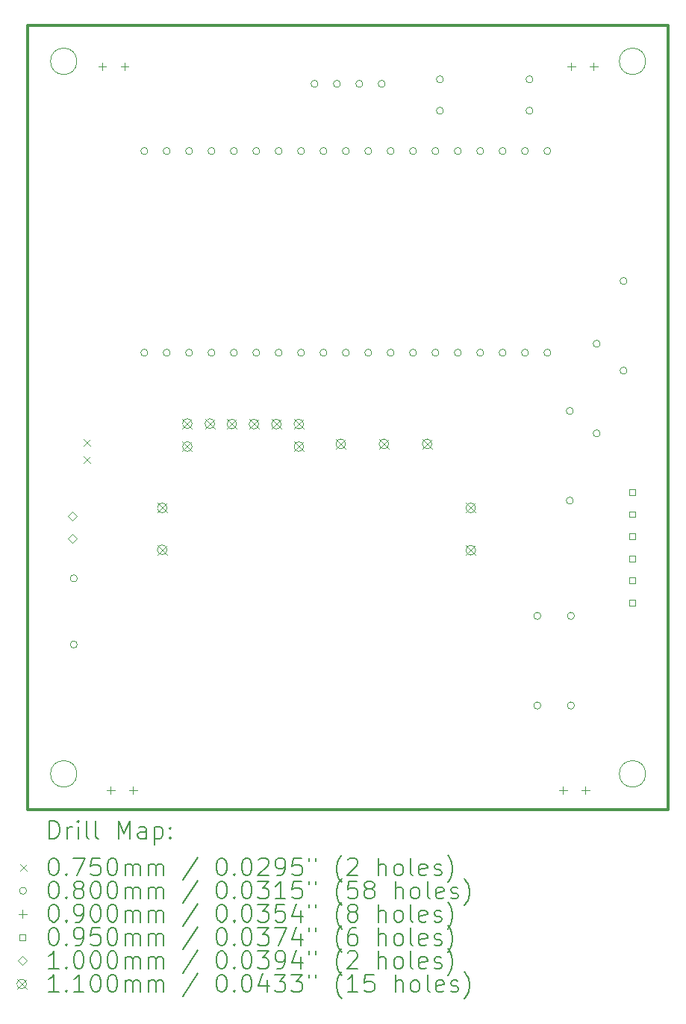
<source format=gbr>
%TF.GenerationSoftware,KiCad,Pcbnew,8.0.8*%
%TF.CreationDate,2025-06-13T10:02:37+02:00*%
%TF.ProjectId,Shield,53686965-6c64-42e6-9b69-6361645f7063,rev?*%
%TF.SameCoordinates,Original*%
%TF.FileFunction,Drillmap*%
%TF.FilePolarity,Positive*%
%FSLAX45Y45*%
G04 Gerber Fmt 4.5, Leading zero omitted, Abs format (unit mm)*
G04 Created by KiCad (PCBNEW 8.0.8) date 2025-06-13 10:02:37*
%MOMM*%
%LPD*%
G01*
G04 APERTURE LIST*
%ADD10C,0.050000*%
%ADD11C,0.300000*%
%ADD12C,0.200000*%
%ADD13C,0.100000*%
%ADD14C,0.110000*%
G04 APERTURE END LIST*
D10*
X17879200Y-15138400D02*
G75*
G02*
X17579200Y-15138400I-150000J0D01*
G01*
X17579200Y-15138400D02*
G75*
G02*
X17879200Y-15138400I150000J0D01*
G01*
D11*
X10871200Y-6654800D02*
X18135600Y-6654800D01*
X18135600Y-15544800D01*
X10871200Y-15544800D01*
X10871200Y-6654800D01*
D10*
X17879200Y-7061200D02*
G75*
G02*
X17579200Y-7061200I-150000J0D01*
G01*
X17579200Y-7061200D02*
G75*
G02*
X17879200Y-7061200I150000J0D01*
G01*
X11427600Y-7061200D02*
G75*
G02*
X11127600Y-7061200I-150000J0D01*
G01*
X11127600Y-7061200D02*
G75*
G02*
X11427600Y-7061200I150000J0D01*
G01*
X11427600Y-15138400D02*
G75*
G02*
X11127600Y-15138400I-150000J0D01*
G01*
X11127600Y-15138400D02*
G75*
G02*
X11427600Y-15138400I150000J0D01*
G01*
D12*
D13*
X11502600Y-11343300D02*
X11577600Y-11418300D01*
X11577600Y-11343300D02*
X11502600Y-11418300D01*
X11502600Y-11543300D02*
X11577600Y-11618300D01*
X11577600Y-11543300D02*
X11502600Y-11618300D01*
X11431900Y-12921900D02*
G75*
G02*
X11351900Y-12921900I-40000J0D01*
G01*
X11351900Y-12921900D02*
G75*
G02*
X11431900Y-12921900I40000J0D01*
G01*
X11431900Y-13671900D02*
G75*
G02*
X11351900Y-13671900I-40000J0D01*
G01*
X11351900Y-13671900D02*
G75*
G02*
X11431900Y-13671900I40000J0D01*
G01*
X12232000Y-8077200D02*
G75*
G02*
X12152000Y-8077200I-40000J0D01*
G01*
X12152000Y-8077200D02*
G75*
G02*
X12232000Y-8077200I40000J0D01*
G01*
X12232000Y-10363200D02*
G75*
G02*
X12152000Y-10363200I-40000J0D01*
G01*
X12152000Y-10363200D02*
G75*
G02*
X12232000Y-10363200I40000J0D01*
G01*
X12486000Y-8077200D02*
G75*
G02*
X12406000Y-8077200I-40000J0D01*
G01*
X12406000Y-8077200D02*
G75*
G02*
X12486000Y-8077200I40000J0D01*
G01*
X12486000Y-10363200D02*
G75*
G02*
X12406000Y-10363200I-40000J0D01*
G01*
X12406000Y-10363200D02*
G75*
G02*
X12486000Y-10363200I40000J0D01*
G01*
X12740000Y-8077200D02*
G75*
G02*
X12660000Y-8077200I-40000J0D01*
G01*
X12660000Y-8077200D02*
G75*
G02*
X12740000Y-8077200I40000J0D01*
G01*
X12740000Y-10363200D02*
G75*
G02*
X12660000Y-10363200I-40000J0D01*
G01*
X12660000Y-10363200D02*
G75*
G02*
X12740000Y-10363200I40000J0D01*
G01*
X12994000Y-8077200D02*
G75*
G02*
X12914000Y-8077200I-40000J0D01*
G01*
X12914000Y-8077200D02*
G75*
G02*
X12994000Y-8077200I40000J0D01*
G01*
X12994000Y-10363200D02*
G75*
G02*
X12914000Y-10363200I-40000J0D01*
G01*
X12914000Y-10363200D02*
G75*
G02*
X12994000Y-10363200I40000J0D01*
G01*
X13248000Y-8077200D02*
G75*
G02*
X13168000Y-8077200I-40000J0D01*
G01*
X13168000Y-8077200D02*
G75*
G02*
X13248000Y-8077200I40000J0D01*
G01*
X13248000Y-10363200D02*
G75*
G02*
X13168000Y-10363200I-40000J0D01*
G01*
X13168000Y-10363200D02*
G75*
G02*
X13248000Y-10363200I40000J0D01*
G01*
X13502000Y-8077200D02*
G75*
G02*
X13422000Y-8077200I-40000J0D01*
G01*
X13422000Y-8077200D02*
G75*
G02*
X13502000Y-8077200I40000J0D01*
G01*
X13502000Y-10363200D02*
G75*
G02*
X13422000Y-10363200I-40000J0D01*
G01*
X13422000Y-10363200D02*
G75*
G02*
X13502000Y-10363200I40000J0D01*
G01*
X13756000Y-8077200D02*
G75*
G02*
X13676000Y-8077200I-40000J0D01*
G01*
X13676000Y-8077200D02*
G75*
G02*
X13756000Y-8077200I40000J0D01*
G01*
X13756000Y-10363200D02*
G75*
G02*
X13676000Y-10363200I-40000J0D01*
G01*
X13676000Y-10363200D02*
G75*
G02*
X13756000Y-10363200I40000J0D01*
G01*
X14010000Y-8077200D02*
G75*
G02*
X13930000Y-8077200I-40000J0D01*
G01*
X13930000Y-8077200D02*
G75*
G02*
X14010000Y-8077200I40000J0D01*
G01*
X14010000Y-10363200D02*
G75*
G02*
X13930000Y-10363200I-40000J0D01*
G01*
X13930000Y-10363200D02*
G75*
G02*
X14010000Y-10363200I40000J0D01*
G01*
X14162400Y-7315200D02*
G75*
G02*
X14082400Y-7315200I-40000J0D01*
G01*
X14082400Y-7315200D02*
G75*
G02*
X14162400Y-7315200I40000J0D01*
G01*
X14264000Y-8077200D02*
G75*
G02*
X14184000Y-8077200I-40000J0D01*
G01*
X14184000Y-8077200D02*
G75*
G02*
X14264000Y-8077200I40000J0D01*
G01*
X14264000Y-10363200D02*
G75*
G02*
X14184000Y-10363200I-40000J0D01*
G01*
X14184000Y-10363200D02*
G75*
G02*
X14264000Y-10363200I40000J0D01*
G01*
X14416400Y-7315200D02*
G75*
G02*
X14336400Y-7315200I-40000J0D01*
G01*
X14336400Y-7315200D02*
G75*
G02*
X14416400Y-7315200I40000J0D01*
G01*
X14518000Y-8077200D02*
G75*
G02*
X14438000Y-8077200I-40000J0D01*
G01*
X14438000Y-8077200D02*
G75*
G02*
X14518000Y-8077200I40000J0D01*
G01*
X14518000Y-10363200D02*
G75*
G02*
X14438000Y-10363200I-40000J0D01*
G01*
X14438000Y-10363200D02*
G75*
G02*
X14518000Y-10363200I40000J0D01*
G01*
X14670400Y-7315200D02*
G75*
G02*
X14590400Y-7315200I-40000J0D01*
G01*
X14590400Y-7315200D02*
G75*
G02*
X14670400Y-7315200I40000J0D01*
G01*
X14772000Y-8077200D02*
G75*
G02*
X14692000Y-8077200I-40000J0D01*
G01*
X14692000Y-8077200D02*
G75*
G02*
X14772000Y-8077200I40000J0D01*
G01*
X14772000Y-10363200D02*
G75*
G02*
X14692000Y-10363200I-40000J0D01*
G01*
X14692000Y-10363200D02*
G75*
G02*
X14772000Y-10363200I40000J0D01*
G01*
X14924400Y-7315200D02*
G75*
G02*
X14844400Y-7315200I-40000J0D01*
G01*
X14844400Y-7315200D02*
G75*
G02*
X14924400Y-7315200I40000J0D01*
G01*
X15026000Y-8077200D02*
G75*
G02*
X14946000Y-8077200I-40000J0D01*
G01*
X14946000Y-8077200D02*
G75*
G02*
X15026000Y-8077200I40000J0D01*
G01*
X15026000Y-10363200D02*
G75*
G02*
X14946000Y-10363200I-40000J0D01*
G01*
X14946000Y-10363200D02*
G75*
G02*
X15026000Y-10363200I40000J0D01*
G01*
X15280000Y-8077200D02*
G75*
G02*
X15200000Y-8077200I-40000J0D01*
G01*
X15200000Y-8077200D02*
G75*
G02*
X15280000Y-8077200I40000J0D01*
G01*
X15280000Y-10363200D02*
G75*
G02*
X15200000Y-10363200I-40000J0D01*
G01*
X15200000Y-10363200D02*
G75*
G02*
X15280000Y-10363200I40000J0D01*
G01*
X15534000Y-8077200D02*
G75*
G02*
X15454000Y-8077200I-40000J0D01*
G01*
X15454000Y-8077200D02*
G75*
G02*
X15534000Y-8077200I40000J0D01*
G01*
X15534000Y-10363200D02*
G75*
G02*
X15454000Y-10363200I-40000J0D01*
G01*
X15454000Y-10363200D02*
G75*
G02*
X15534000Y-10363200I40000J0D01*
G01*
X15584800Y-7264400D02*
G75*
G02*
X15504800Y-7264400I-40000J0D01*
G01*
X15504800Y-7264400D02*
G75*
G02*
X15584800Y-7264400I40000J0D01*
G01*
X15584800Y-7620000D02*
G75*
G02*
X15504800Y-7620000I-40000J0D01*
G01*
X15504800Y-7620000D02*
G75*
G02*
X15584800Y-7620000I40000J0D01*
G01*
X15788000Y-8077200D02*
G75*
G02*
X15708000Y-8077200I-40000J0D01*
G01*
X15708000Y-8077200D02*
G75*
G02*
X15788000Y-8077200I40000J0D01*
G01*
X15788000Y-10363200D02*
G75*
G02*
X15708000Y-10363200I-40000J0D01*
G01*
X15708000Y-10363200D02*
G75*
G02*
X15788000Y-10363200I40000J0D01*
G01*
X16042000Y-8077200D02*
G75*
G02*
X15962000Y-8077200I-40000J0D01*
G01*
X15962000Y-8077200D02*
G75*
G02*
X16042000Y-8077200I40000J0D01*
G01*
X16042000Y-10363200D02*
G75*
G02*
X15962000Y-10363200I-40000J0D01*
G01*
X15962000Y-10363200D02*
G75*
G02*
X16042000Y-10363200I40000J0D01*
G01*
X16296000Y-8077200D02*
G75*
G02*
X16216000Y-8077200I-40000J0D01*
G01*
X16216000Y-8077200D02*
G75*
G02*
X16296000Y-8077200I40000J0D01*
G01*
X16296000Y-10363200D02*
G75*
G02*
X16216000Y-10363200I-40000J0D01*
G01*
X16216000Y-10363200D02*
G75*
G02*
X16296000Y-10363200I40000J0D01*
G01*
X16549728Y-8077568D02*
G75*
G02*
X16469728Y-8077568I-40000J0D01*
G01*
X16469728Y-8077568D02*
G75*
G02*
X16549728Y-8077568I40000J0D01*
G01*
X16550000Y-10363200D02*
G75*
G02*
X16470000Y-10363200I-40000J0D01*
G01*
X16470000Y-10363200D02*
G75*
G02*
X16550000Y-10363200I40000J0D01*
G01*
X16600800Y-7264400D02*
G75*
G02*
X16520800Y-7264400I-40000J0D01*
G01*
X16520800Y-7264400D02*
G75*
G02*
X16600800Y-7264400I40000J0D01*
G01*
X16600800Y-7620000D02*
G75*
G02*
X16520800Y-7620000I-40000J0D01*
G01*
X16520800Y-7620000D02*
G75*
G02*
X16600800Y-7620000I40000J0D01*
G01*
X16689700Y-13347700D02*
G75*
G02*
X16609700Y-13347700I-40000J0D01*
G01*
X16609700Y-13347700D02*
G75*
G02*
X16689700Y-13347700I40000J0D01*
G01*
X16689700Y-14363700D02*
G75*
G02*
X16609700Y-14363700I-40000J0D01*
G01*
X16609700Y-14363700D02*
G75*
G02*
X16689700Y-14363700I40000J0D01*
G01*
X16803728Y-8077568D02*
G75*
G02*
X16723728Y-8077568I-40000J0D01*
G01*
X16723728Y-8077568D02*
G75*
G02*
X16803728Y-8077568I40000J0D01*
G01*
X16804000Y-10363200D02*
G75*
G02*
X16724000Y-10363200I-40000J0D01*
G01*
X16724000Y-10363200D02*
G75*
G02*
X16804000Y-10363200I40000J0D01*
G01*
X17058000Y-11023600D02*
G75*
G02*
X16978000Y-11023600I-40000J0D01*
G01*
X16978000Y-11023600D02*
G75*
G02*
X17058000Y-11023600I40000J0D01*
G01*
X17058000Y-12039600D02*
G75*
G02*
X16978000Y-12039600I-40000J0D01*
G01*
X16978000Y-12039600D02*
G75*
G02*
X17058000Y-12039600I40000J0D01*
G01*
X17070700Y-13347700D02*
G75*
G02*
X16990700Y-13347700I-40000J0D01*
G01*
X16990700Y-13347700D02*
G75*
G02*
X17070700Y-13347700I40000J0D01*
G01*
X17070700Y-14363700D02*
G75*
G02*
X16990700Y-14363700I-40000J0D01*
G01*
X16990700Y-14363700D02*
G75*
G02*
X17070700Y-14363700I40000J0D01*
G01*
X17362800Y-10261600D02*
G75*
G02*
X17282800Y-10261600I-40000J0D01*
G01*
X17282800Y-10261600D02*
G75*
G02*
X17362800Y-10261600I40000J0D01*
G01*
X17362800Y-11277600D02*
G75*
G02*
X17282800Y-11277600I-40000J0D01*
G01*
X17282800Y-11277600D02*
G75*
G02*
X17362800Y-11277600I40000J0D01*
G01*
X17667600Y-9550400D02*
G75*
G02*
X17587600Y-9550400I-40000J0D01*
G01*
X17587600Y-9550400D02*
G75*
G02*
X17667600Y-9550400I40000J0D01*
G01*
X17667600Y-10566400D02*
G75*
G02*
X17587600Y-10566400I-40000J0D01*
G01*
X17587600Y-10566400D02*
G75*
G02*
X17667600Y-10566400I40000J0D01*
G01*
X11714980Y-7076080D02*
X11714980Y-7166080D01*
X11669980Y-7121080D02*
X11759980Y-7121080D01*
X11810500Y-15279900D02*
X11810500Y-15369900D01*
X11765500Y-15324900D02*
X11855500Y-15324900D01*
X11968980Y-7076080D02*
X11968980Y-7166080D01*
X11923980Y-7121080D02*
X12013980Y-7121080D01*
X12064500Y-15279900D02*
X12064500Y-15369900D01*
X12019500Y-15324900D02*
X12109500Y-15324900D01*
X16941800Y-15279900D02*
X16941800Y-15369900D01*
X16896800Y-15324900D02*
X16986800Y-15324900D01*
X17035780Y-7076080D02*
X17035780Y-7166080D01*
X16990780Y-7121080D02*
X17080780Y-7121080D01*
X17195800Y-15279900D02*
X17195800Y-15369900D01*
X17150800Y-15324900D02*
X17240800Y-15324900D01*
X17289780Y-7076080D02*
X17289780Y-7166080D01*
X17244780Y-7121080D02*
X17334780Y-7121080D01*
X17759588Y-11979188D02*
X17759588Y-11912012D01*
X17692412Y-11912012D01*
X17692412Y-11979188D01*
X17759588Y-11979188D01*
X17759588Y-12229188D02*
X17759588Y-12162012D01*
X17692412Y-12162012D01*
X17692412Y-12229188D01*
X17759588Y-12229188D01*
X17759588Y-12479188D02*
X17759588Y-12412012D01*
X17692412Y-12412012D01*
X17692412Y-12479188D01*
X17759588Y-12479188D01*
X17759588Y-12729188D02*
X17759588Y-12662012D01*
X17692412Y-12662012D01*
X17692412Y-12729188D01*
X17759588Y-12729188D01*
X17759588Y-12979188D02*
X17759588Y-12912012D01*
X17692412Y-12912012D01*
X17692412Y-12979188D01*
X17759588Y-12979188D01*
X17759588Y-13229188D02*
X17759588Y-13162012D01*
X17692412Y-13162012D01*
X17692412Y-13229188D01*
X17759588Y-13229188D01*
X11379200Y-12266900D02*
X11429200Y-12216900D01*
X11379200Y-12166900D01*
X11329200Y-12216900D01*
X11379200Y-12266900D01*
X11379200Y-12520900D02*
X11429200Y-12470900D01*
X11379200Y-12420900D01*
X11329200Y-12470900D01*
X11379200Y-12520900D01*
D14*
X12340200Y-12068400D02*
X12450200Y-12178400D01*
X12450200Y-12068400D02*
X12340200Y-12178400D01*
X12450200Y-12123400D02*
G75*
G02*
X12340200Y-12123400I-55000J0D01*
G01*
X12340200Y-12123400D02*
G75*
G02*
X12450200Y-12123400I55000J0D01*
G01*
X12340200Y-12543400D02*
X12450200Y-12653400D01*
X12450200Y-12543400D02*
X12340200Y-12653400D01*
X12450200Y-12598400D02*
G75*
G02*
X12340200Y-12598400I-55000J0D01*
G01*
X12340200Y-12598400D02*
G75*
G02*
X12450200Y-12598400I55000J0D01*
G01*
X12625200Y-11113400D02*
X12735200Y-11223400D01*
X12735200Y-11113400D02*
X12625200Y-11223400D01*
X12735200Y-11168400D02*
G75*
G02*
X12625200Y-11168400I-55000J0D01*
G01*
X12625200Y-11168400D02*
G75*
G02*
X12735200Y-11168400I55000J0D01*
G01*
X12625200Y-11373400D02*
X12735200Y-11483400D01*
X12735200Y-11373400D02*
X12625200Y-11483400D01*
X12735200Y-11428400D02*
G75*
G02*
X12625200Y-11428400I-55000J0D01*
G01*
X12625200Y-11428400D02*
G75*
G02*
X12735200Y-11428400I55000J0D01*
G01*
X12880200Y-11113400D02*
X12990200Y-11223400D01*
X12990200Y-11113400D02*
X12880200Y-11223400D01*
X12990200Y-11168400D02*
G75*
G02*
X12880200Y-11168400I-55000J0D01*
G01*
X12880200Y-11168400D02*
G75*
G02*
X12990200Y-11168400I55000J0D01*
G01*
X13130200Y-11118400D02*
X13240200Y-11228400D01*
X13240200Y-11118400D02*
X13130200Y-11228400D01*
X13240200Y-11173400D02*
G75*
G02*
X13130200Y-11173400I-55000J0D01*
G01*
X13130200Y-11173400D02*
G75*
G02*
X13240200Y-11173400I55000J0D01*
G01*
X13380200Y-11118400D02*
X13490200Y-11228400D01*
X13490200Y-11118400D02*
X13380200Y-11228400D01*
X13490200Y-11173400D02*
G75*
G02*
X13380200Y-11173400I-55000J0D01*
G01*
X13380200Y-11173400D02*
G75*
G02*
X13490200Y-11173400I55000J0D01*
G01*
X13635200Y-11118400D02*
X13745200Y-11228400D01*
X13745200Y-11118400D02*
X13635200Y-11228400D01*
X13745200Y-11173400D02*
G75*
G02*
X13635200Y-11173400I-55000J0D01*
G01*
X13635200Y-11173400D02*
G75*
G02*
X13745200Y-11173400I55000J0D01*
G01*
X13890200Y-11118400D02*
X14000200Y-11228400D01*
X14000200Y-11118400D02*
X13890200Y-11228400D01*
X14000200Y-11173400D02*
G75*
G02*
X13890200Y-11173400I-55000J0D01*
G01*
X13890200Y-11173400D02*
G75*
G02*
X14000200Y-11173400I55000J0D01*
G01*
X13890200Y-11373400D02*
X14000200Y-11483400D01*
X14000200Y-11373400D02*
X13890200Y-11483400D01*
X14000200Y-11428400D02*
G75*
G02*
X13890200Y-11428400I-55000J0D01*
G01*
X13890200Y-11428400D02*
G75*
G02*
X14000200Y-11428400I55000J0D01*
G01*
X14365200Y-11343400D02*
X14475200Y-11453400D01*
X14475200Y-11343400D02*
X14365200Y-11453400D01*
X14475200Y-11398400D02*
G75*
G02*
X14365200Y-11398400I-55000J0D01*
G01*
X14365200Y-11398400D02*
G75*
G02*
X14475200Y-11398400I55000J0D01*
G01*
X14855200Y-11343400D02*
X14965200Y-11453400D01*
X14965200Y-11343400D02*
X14855200Y-11453400D01*
X14965200Y-11398400D02*
G75*
G02*
X14855200Y-11398400I-55000J0D01*
G01*
X14855200Y-11398400D02*
G75*
G02*
X14965200Y-11398400I55000J0D01*
G01*
X15345200Y-11343400D02*
X15455200Y-11453400D01*
X15455200Y-11343400D02*
X15345200Y-11453400D01*
X15455200Y-11398400D02*
G75*
G02*
X15345200Y-11398400I-55000J0D01*
G01*
X15345200Y-11398400D02*
G75*
G02*
X15455200Y-11398400I55000J0D01*
G01*
X15840200Y-12068400D02*
X15950200Y-12178400D01*
X15950200Y-12068400D02*
X15840200Y-12178400D01*
X15950200Y-12123400D02*
G75*
G02*
X15840200Y-12123400I-55000J0D01*
G01*
X15840200Y-12123400D02*
G75*
G02*
X15950200Y-12123400I55000J0D01*
G01*
X15840200Y-12548400D02*
X15950200Y-12658400D01*
X15950200Y-12548400D02*
X15840200Y-12658400D01*
X15950200Y-12603400D02*
G75*
G02*
X15840200Y-12603400I-55000J0D01*
G01*
X15840200Y-12603400D02*
G75*
G02*
X15950200Y-12603400I55000J0D01*
G01*
D12*
X11116977Y-15871284D02*
X11116977Y-15671284D01*
X11116977Y-15671284D02*
X11164596Y-15671284D01*
X11164596Y-15671284D02*
X11193167Y-15680808D01*
X11193167Y-15680808D02*
X11212215Y-15699855D01*
X11212215Y-15699855D02*
X11221739Y-15718903D01*
X11221739Y-15718903D02*
X11231262Y-15756998D01*
X11231262Y-15756998D02*
X11231262Y-15785569D01*
X11231262Y-15785569D02*
X11221739Y-15823665D01*
X11221739Y-15823665D02*
X11212215Y-15842712D01*
X11212215Y-15842712D02*
X11193167Y-15861760D01*
X11193167Y-15861760D02*
X11164596Y-15871284D01*
X11164596Y-15871284D02*
X11116977Y-15871284D01*
X11316977Y-15871284D02*
X11316977Y-15737950D01*
X11316977Y-15776046D02*
X11326501Y-15756998D01*
X11326501Y-15756998D02*
X11336024Y-15747474D01*
X11336024Y-15747474D02*
X11355072Y-15737950D01*
X11355072Y-15737950D02*
X11374120Y-15737950D01*
X11440786Y-15871284D02*
X11440786Y-15737950D01*
X11440786Y-15671284D02*
X11431262Y-15680808D01*
X11431262Y-15680808D02*
X11440786Y-15690331D01*
X11440786Y-15690331D02*
X11450310Y-15680808D01*
X11450310Y-15680808D02*
X11440786Y-15671284D01*
X11440786Y-15671284D02*
X11440786Y-15690331D01*
X11564596Y-15871284D02*
X11545548Y-15861760D01*
X11545548Y-15861760D02*
X11536024Y-15842712D01*
X11536024Y-15842712D02*
X11536024Y-15671284D01*
X11669358Y-15871284D02*
X11650310Y-15861760D01*
X11650310Y-15861760D02*
X11640786Y-15842712D01*
X11640786Y-15842712D02*
X11640786Y-15671284D01*
X11897929Y-15871284D02*
X11897929Y-15671284D01*
X11897929Y-15671284D02*
X11964596Y-15814141D01*
X11964596Y-15814141D02*
X12031262Y-15671284D01*
X12031262Y-15671284D02*
X12031262Y-15871284D01*
X12212215Y-15871284D02*
X12212215Y-15766522D01*
X12212215Y-15766522D02*
X12202691Y-15747474D01*
X12202691Y-15747474D02*
X12183643Y-15737950D01*
X12183643Y-15737950D02*
X12145548Y-15737950D01*
X12145548Y-15737950D02*
X12126501Y-15747474D01*
X12212215Y-15861760D02*
X12193167Y-15871284D01*
X12193167Y-15871284D02*
X12145548Y-15871284D01*
X12145548Y-15871284D02*
X12126501Y-15861760D01*
X12126501Y-15861760D02*
X12116977Y-15842712D01*
X12116977Y-15842712D02*
X12116977Y-15823665D01*
X12116977Y-15823665D02*
X12126501Y-15804617D01*
X12126501Y-15804617D02*
X12145548Y-15795093D01*
X12145548Y-15795093D02*
X12193167Y-15795093D01*
X12193167Y-15795093D02*
X12212215Y-15785569D01*
X12307453Y-15737950D02*
X12307453Y-15937950D01*
X12307453Y-15747474D02*
X12326501Y-15737950D01*
X12326501Y-15737950D02*
X12364596Y-15737950D01*
X12364596Y-15737950D02*
X12383643Y-15747474D01*
X12383643Y-15747474D02*
X12393167Y-15756998D01*
X12393167Y-15756998D02*
X12402691Y-15776046D01*
X12402691Y-15776046D02*
X12402691Y-15833188D01*
X12402691Y-15833188D02*
X12393167Y-15852236D01*
X12393167Y-15852236D02*
X12383643Y-15861760D01*
X12383643Y-15861760D02*
X12364596Y-15871284D01*
X12364596Y-15871284D02*
X12326501Y-15871284D01*
X12326501Y-15871284D02*
X12307453Y-15861760D01*
X12488405Y-15852236D02*
X12497929Y-15861760D01*
X12497929Y-15861760D02*
X12488405Y-15871284D01*
X12488405Y-15871284D02*
X12478882Y-15861760D01*
X12478882Y-15861760D02*
X12488405Y-15852236D01*
X12488405Y-15852236D02*
X12488405Y-15871284D01*
X12488405Y-15747474D02*
X12497929Y-15756998D01*
X12497929Y-15756998D02*
X12488405Y-15766522D01*
X12488405Y-15766522D02*
X12478882Y-15756998D01*
X12478882Y-15756998D02*
X12488405Y-15747474D01*
X12488405Y-15747474D02*
X12488405Y-15766522D01*
D13*
X10781200Y-16162300D02*
X10856200Y-16237300D01*
X10856200Y-16162300D02*
X10781200Y-16237300D01*
D12*
X11155072Y-16091284D02*
X11174120Y-16091284D01*
X11174120Y-16091284D02*
X11193167Y-16100808D01*
X11193167Y-16100808D02*
X11202691Y-16110331D01*
X11202691Y-16110331D02*
X11212215Y-16129379D01*
X11212215Y-16129379D02*
X11221739Y-16167474D01*
X11221739Y-16167474D02*
X11221739Y-16215093D01*
X11221739Y-16215093D02*
X11212215Y-16253188D01*
X11212215Y-16253188D02*
X11202691Y-16272236D01*
X11202691Y-16272236D02*
X11193167Y-16281760D01*
X11193167Y-16281760D02*
X11174120Y-16291284D01*
X11174120Y-16291284D02*
X11155072Y-16291284D01*
X11155072Y-16291284D02*
X11136024Y-16281760D01*
X11136024Y-16281760D02*
X11126501Y-16272236D01*
X11126501Y-16272236D02*
X11116977Y-16253188D01*
X11116977Y-16253188D02*
X11107453Y-16215093D01*
X11107453Y-16215093D02*
X11107453Y-16167474D01*
X11107453Y-16167474D02*
X11116977Y-16129379D01*
X11116977Y-16129379D02*
X11126501Y-16110331D01*
X11126501Y-16110331D02*
X11136024Y-16100808D01*
X11136024Y-16100808D02*
X11155072Y-16091284D01*
X11307453Y-16272236D02*
X11316977Y-16281760D01*
X11316977Y-16281760D02*
X11307453Y-16291284D01*
X11307453Y-16291284D02*
X11297929Y-16281760D01*
X11297929Y-16281760D02*
X11307453Y-16272236D01*
X11307453Y-16272236D02*
X11307453Y-16291284D01*
X11383643Y-16091284D02*
X11516977Y-16091284D01*
X11516977Y-16091284D02*
X11431262Y-16291284D01*
X11688405Y-16091284D02*
X11593167Y-16091284D01*
X11593167Y-16091284D02*
X11583643Y-16186522D01*
X11583643Y-16186522D02*
X11593167Y-16176998D01*
X11593167Y-16176998D02*
X11612215Y-16167474D01*
X11612215Y-16167474D02*
X11659834Y-16167474D01*
X11659834Y-16167474D02*
X11678882Y-16176998D01*
X11678882Y-16176998D02*
X11688405Y-16186522D01*
X11688405Y-16186522D02*
X11697929Y-16205569D01*
X11697929Y-16205569D02*
X11697929Y-16253188D01*
X11697929Y-16253188D02*
X11688405Y-16272236D01*
X11688405Y-16272236D02*
X11678882Y-16281760D01*
X11678882Y-16281760D02*
X11659834Y-16291284D01*
X11659834Y-16291284D02*
X11612215Y-16291284D01*
X11612215Y-16291284D02*
X11593167Y-16281760D01*
X11593167Y-16281760D02*
X11583643Y-16272236D01*
X11821739Y-16091284D02*
X11840786Y-16091284D01*
X11840786Y-16091284D02*
X11859834Y-16100808D01*
X11859834Y-16100808D02*
X11869358Y-16110331D01*
X11869358Y-16110331D02*
X11878882Y-16129379D01*
X11878882Y-16129379D02*
X11888405Y-16167474D01*
X11888405Y-16167474D02*
X11888405Y-16215093D01*
X11888405Y-16215093D02*
X11878882Y-16253188D01*
X11878882Y-16253188D02*
X11869358Y-16272236D01*
X11869358Y-16272236D02*
X11859834Y-16281760D01*
X11859834Y-16281760D02*
X11840786Y-16291284D01*
X11840786Y-16291284D02*
X11821739Y-16291284D01*
X11821739Y-16291284D02*
X11802691Y-16281760D01*
X11802691Y-16281760D02*
X11793167Y-16272236D01*
X11793167Y-16272236D02*
X11783643Y-16253188D01*
X11783643Y-16253188D02*
X11774120Y-16215093D01*
X11774120Y-16215093D02*
X11774120Y-16167474D01*
X11774120Y-16167474D02*
X11783643Y-16129379D01*
X11783643Y-16129379D02*
X11793167Y-16110331D01*
X11793167Y-16110331D02*
X11802691Y-16100808D01*
X11802691Y-16100808D02*
X11821739Y-16091284D01*
X11974120Y-16291284D02*
X11974120Y-16157950D01*
X11974120Y-16176998D02*
X11983643Y-16167474D01*
X11983643Y-16167474D02*
X12002691Y-16157950D01*
X12002691Y-16157950D02*
X12031263Y-16157950D01*
X12031263Y-16157950D02*
X12050310Y-16167474D01*
X12050310Y-16167474D02*
X12059834Y-16186522D01*
X12059834Y-16186522D02*
X12059834Y-16291284D01*
X12059834Y-16186522D02*
X12069358Y-16167474D01*
X12069358Y-16167474D02*
X12088405Y-16157950D01*
X12088405Y-16157950D02*
X12116977Y-16157950D01*
X12116977Y-16157950D02*
X12136024Y-16167474D01*
X12136024Y-16167474D02*
X12145548Y-16186522D01*
X12145548Y-16186522D02*
X12145548Y-16291284D01*
X12240786Y-16291284D02*
X12240786Y-16157950D01*
X12240786Y-16176998D02*
X12250310Y-16167474D01*
X12250310Y-16167474D02*
X12269358Y-16157950D01*
X12269358Y-16157950D02*
X12297929Y-16157950D01*
X12297929Y-16157950D02*
X12316977Y-16167474D01*
X12316977Y-16167474D02*
X12326501Y-16186522D01*
X12326501Y-16186522D02*
X12326501Y-16291284D01*
X12326501Y-16186522D02*
X12336024Y-16167474D01*
X12336024Y-16167474D02*
X12355072Y-16157950D01*
X12355072Y-16157950D02*
X12383643Y-16157950D01*
X12383643Y-16157950D02*
X12402691Y-16167474D01*
X12402691Y-16167474D02*
X12412215Y-16186522D01*
X12412215Y-16186522D02*
X12412215Y-16291284D01*
X12802691Y-16081760D02*
X12631263Y-16338903D01*
X13059834Y-16091284D02*
X13078882Y-16091284D01*
X13078882Y-16091284D02*
X13097929Y-16100808D01*
X13097929Y-16100808D02*
X13107453Y-16110331D01*
X13107453Y-16110331D02*
X13116977Y-16129379D01*
X13116977Y-16129379D02*
X13126501Y-16167474D01*
X13126501Y-16167474D02*
X13126501Y-16215093D01*
X13126501Y-16215093D02*
X13116977Y-16253188D01*
X13116977Y-16253188D02*
X13107453Y-16272236D01*
X13107453Y-16272236D02*
X13097929Y-16281760D01*
X13097929Y-16281760D02*
X13078882Y-16291284D01*
X13078882Y-16291284D02*
X13059834Y-16291284D01*
X13059834Y-16291284D02*
X13040786Y-16281760D01*
X13040786Y-16281760D02*
X13031263Y-16272236D01*
X13031263Y-16272236D02*
X13021739Y-16253188D01*
X13021739Y-16253188D02*
X13012215Y-16215093D01*
X13012215Y-16215093D02*
X13012215Y-16167474D01*
X13012215Y-16167474D02*
X13021739Y-16129379D01*
X13021739Y-16129379D02*
X13031263Y-16110331D01*
X13031263Y-16110331D02*
X13040786Y-16100808D01*
X13040786Y-16100808D02*
X13059834Y-16091284D01*
X13212215Y-16272236D02*
X13221739Y-16281760D01*
X13221739Y-16281760D02*
X13212215Y-16291284D01*
X13212215Y-16291284D02*
X13202691Y-16281760D01*
X13202691Y-16281760D02*
X13212215Y-16272236D01*
X13212215Y-16272236D02*
X13212215Y-16291284D01*
X13345548Y-16091284D02*
X13364596Y-16091284D01*
X13364596Y-16091284D02*
X13383644Y-16100808D01*
X13383644Y-16100808D02*
X13393167Y-16110331D01*
X13393167Y-16110331D02*
X13402691Y-16129379D01*
X13402691Y-16129379D02*
X13412215Y-16167474D01*
X13412215Y-16167474D02*
X13412215Y-16215093D01*
X13412215Y-16215093D02*
X13402691Y-16253188D01*
X13402691Y-16253188D02*
X13393167Y-16272236D01*
X13393167Y-16272236D02*
X13383644Y-16281760D01*
X13383644Y-16281760D02*
X13364596Y-16291284D01*
X13364596Y-16291284D02*
X13345548Y-16291284D01*
X13345548Y-16291284D02*
X13326501Y-16281760D01*
X13326501Y-16281760D02*
X13316977Y-16272236D01*
X13316977Y-16272236D02*
X13307453Y-16253188D01*
X13307453Y-16253188D02*
X13297929Y-16215093D01*
X13297929Y-16215093D02*
X13297929Y-16167474D01*
X13297929Y-16167474D02*
X13307453Y-16129379D01*
X13307453Y-16129379D02*
X13316977Y-16110331D01*
X13316977Y-16110331D02*
X13326501Y-16100808D01*
X13326501Y-16100808D02*
X13345548Y-16091284D01*
X13488406Y-16110331D02*
X13497929Y-16100808D01*
X13497929Y-16100808D02*
X13516977Y-16091284D01*
X13516977Y-16091284D02*
X13564596Y-16091284D01*
X13564596Y-16091284D02*
X13583644Y-16100808D01*
X13583644Y-16100808D02*
X13593167Y-16110331D01*
X13593167Y-16110331D02*
X13602691Y-16129379D01*
X13602691Y-16129379D02*
X13602691Y-16148427D01*
X13602691Y-16148427D02*
X13593167Y-16176998D01*
X13593167Y-16176998D02*
X13478882Y-16291284D01*
X13478882Y-16291284D02*
X13602691Y-16291284D01*
X13697929Y-16291284D02*
X13736025Y-16291284D01*
X13736025Y-16291284D02*
X13755072Y-16281760D01*
X13755072Y-16281760D02*
X13764596Y-16272236D01*
X13764596Y-16272236D02*
X13783644Y-16243665D01*
X13783644Y-16243665D02*
X13793167Y-16205569D01*
X13793167Y-16205569D02*
X13793167Y-16129379D01*
X13793167Y-16129379D02*
X13783644Y-16110331D01*
X13783644Y-16110331D02*
X13774120Y-16100808D01*
X13774120Y-16100808D02*
X13755072Y-16091284D01*
X13755072Y-16091284D02*
X13716977Y-16091284D01*
X13716977Y-16091284D02*
X13697929Y-16100808D01*
X13697929Y-16100808D02*
X13688406Y-16110331D01*
X13688406Y-16110331D02*
X13678882Y-16129379D01*
X13678882Y-16129379D02*
X13678882Y-16176998D01*
X13678882Y-16176998D02*
X13688406Y-16196046D01*
X13688406Y-16196046D02*
X13697929Y-16205569D01*
X13697929Y-16205569D02*
X13716977Y-16215093D01*
X13716977Y-16215093D02*
X13755072Y-16215093D01*
X13755072Y-16215093D02*
X13774120Y-16205569D01*
X13774120Y-16205569D02*
X13783644Y-16196046D01*
X13783644Y-16196046D02*
X13793167Y-16176998D01*
X13974120Y-16091284D02*
X13878882Y-16091284D01*
X13878882Y-16091284D02*
X13869358Y-16186522D01*
X13869358Y-16186522D02*
X13878882Y-16176998D01*
X13878882Y-16176998D02*
X13897929Y-16167474D01*
X13897929Y-16167474D02*
X13945548Y-16167474D01*
X13945548Y-16167474D02*
X13964596Y-16176998D01*
X13964596Y-16176998D02*
X13974120Y-16186522D01*
X13974120Y-16186522D02*
X13983644Y-16205569D01*
X13983644Y-16205569D02*
X13983644Y-16253188D01*
X13983644Y-16253188D02*
X13974120Y-16272236D01*
X13974120Y-16272236D02*
X13964596Y-16281760D01*
X13964596Y-16281760D02*
X13945548Y-16291284D01*
X13945548Y-16291284D02*
X13897929Y-16291284D01*
X13897929Y-16291284D02*
X13878882Y-16281760D01*
X13878882Y-16281760D02*
X13869358Y-16272236D01*
X14059834Y-16091284D02*
X14059834Y-16129379D01*
X14136025Y-16091284D02*
X14136025Y-16129379D01*
X14431263Y-16367474D02*
X14421739Y-16357950D01*
X14421739Y-16357950D02*
X14402691Y-16329379D01*
X14402691Y-16329379D02*
X14393168Y-16310331D01*
X14393168Y-16310331D02*
X14383644Y-16281760D01*
X14383644Y-16281760D02*
X14374120Y-16234141D01*
X14374120Y-16234141D02*
X14374120Y-16196046D01*
X14374120Y-16196046D02*
X14383644Y-16148427D01*
X14383644Y-16148427D02*
X14393168Y-16119855D01*
X14393168Y-16119855D02*
X14402691Y-16100808D01*
X14402691Y-16100808D02*
X14421739Y-16072236D01*
X14421739Y-16072236D02*
X14431263Y-16062712D01*
X14497929Y-16110331D02*
X14507453Y-16100808D01*
X14507453Y-16100808D02*
X14526501Y-16091284D01*
X14526501Y-16091284D02*
X14574120Y-16091284D01*
X14574120Y-16091284D02*
X14593168Y-16100808D01*
X14593168Y-16100808D02*
X14602691Y-16110331D01*
X14602691Y-16110331D02*
X14612215Y-16129379D01*
X14612215Y-16129379D02*
X14612215Y-16148427D01*
X14612215Y-16148427D02*
X14602691Y-16176998D01*
X14602691Y-16176998D02*
X14488406Y-16291284D01*
X14488406Y-16291284D02*
X14612215Y-16291284D01*
X14850310Y-16291284D02*
X14850310Y-16091284D01*
X14936025Y-16291284D02*
X14936025Y-16186522D01*
X14936025Y-16186522D02*
X14926501Y-16167474D01*
X14926501Y-16167474D02*
X14907453Y-16157950D01*
X14907453Y-16157950D02*
X14878882Y-16157950D01*
X14878882Y-16157950D02*
X14859834Y-16167474D01*
X14859834Y-16167474D02*
X14850310Y-16176998D01*
X15059834Y-16291284D02*
X15040787Y-16281760D01*
X15040787Y-16281760D02*
X15031263Y-16272236D01*
X15031263Y-16272236D02*
X15021739Y-16253188D01*
X15021739Y-16253188D02*
X15021739Y-16196046D01*
X15021739Y-16196046D02*
X15031263Y-16176998D01*
X15031263Y-16176998D02*
X15040787Y-16167474D01*
X15040787Y-16167474D02*
X15059834Y-16157950D01*
X15059834Y-16157950D02*
X15088406Y-16157950D01*
X15088406Y-16157950D02*
X15107453Y-16167474D01*
X15107453Y-16167474D02*
X15116977Y-16176998D01*
X15116977Y-16176998D02*
X15126501Y-16196046D01*
X15126501Y-16196046D02*
X15126501Y-16253188D01*
X15126501Y-16253188D02*
X15116977Y-16272236D01*
X15116977Y-16272236D02*
X15107453Y-16281760D01*
X15107453Y-16281760D02*
X15088406Y-16291284D01*
X15088406Y-16291284D02*
X15059834Y-16291284D01*
X15240787Y-16291284D02*
X15221739Y-16281760D01*
X15221739Y-16281760D02*
X15212215Y-16262712D01*
X15212215Y-16262712D02*
X15212215Y-16091284D01*
X15393168Y-16281760D02*
X15374120Y-16291284D01*
X15374120Y-16291284D02*
X15336025Y-16291284D01*
X15336025Y-16291284D02*
X15316977Y-16281760D01*
X15316977Y-16281760D02*
X15307453Y-16262712D01*
X15307453Y-16262712D02*
X15307453Y-16186522D01*
X15307453Y-16186522D02*
X15316977Y-16167474D01*
X15316977Y-16167474D02*
X15336025Y-16157950D01*
X15336025Y-16157950D02*
X15374120Y-16157950D01*
X15374120Y-16157950D02*
X15393168Y-16167474D01*
X15393168Y-16167474D02*
X15402691Y-16186522D01*
X15402691Y-16186522D02*
X15402691Y-16205569D01*
X15402691Y-16205569D02*
X15307453Y-16224617D01*
X15478882Y-16281760D02*
X15497930Y-16291284D01*
X15497930Y-16291284D02*
X15536025Y-16291284D01*
X15536025Y-16291284D02*
X15555072Y-16281760D01*
X15555072Y-16281760D02*
X15564596Y-16262712D01*
X15564596Y-16262712D02*
X15564596Y-16253188D01*
X15564596Y-16253188D02*
X15555072Y-16234141D01*
X15555072Y-16234141D02*
X15536025Y-16224617D01*
X15536025Y-16224617D02*
X15507453Y-16224617D01*
X15507453Y-16224617D02*
X15488406Y-16215093D01*
X15488406Y-16215093D02*
X15478882Y-16196046D01*
X15478882Y-16196046D02*
X15478882Y-16186522D01*
X15478882Y-16186522D02*
X15488406Y-16167474D01*
X15488406Y-16167474D02*
X15507453Y-16157950D01*
X15507453Y-16157950D02*
X15536025Y-16157950D01*
X15536025Y-16157950D02*
X15555072Y-16167474D01*
X15631263Y-16367474D02*
X15640787Y-16357950D01*
X15640787Y-16357950D02*
X15659834Y-16329379D01*
X15659834Y-16329379D02*
X15669358Y-16310331D01*
X15669358Y-16310331D02*
X15678882Y-16281760D01*
X15678882Y-16281760D02*
X15688406Y-16234141D01*
X15688406Y-16234141D02*
X15688406Y-16196046D01*
X15688406Y-16196046D02*
X15678882Y-16148427D01*
X15678882Y-16148427D02*
X15669358Y-16119855D01*
X15669358Y-16119855D02*
X15659834Y-16100808D01*
X15659834Y-16100808D02*
X15640787Y-16072236D01*
X15640787Y-16072236D02*
X15631263Y-16062712D01*
D13*
X10856200Y-16463800D02*
G75*
G02*
X10776200Y-16463800I-40000J0D01*
G01*
X10776200Y-16463800D02*
G75*
G02*
X10856200Y-16463800I40000J0D01*
G01*
D12*
X11155072Y-16355284D02*
X11174120Y-16355284D01*
X11174120Y-16355284D02*
X11193167Y-16364808D01*
X11193167Y-16364808D02*
X11202691Y-16374331D01*
X11202691Y-16374331D02*
X11212215Y-16393379D01*
X11212215Y-16393379D02*
X11221739Y-16431474D01*
X11221739Y-16431474D02*
X11221739Y-16479093D01*
X11221739Y-16479093D02*
X11212215Y-16517188D01*
X11212215Y-16517188D02*
X11202691Y-16536236D01*
X11202691Y-16536236D02*
X11193167Y-16545760D01*
X11193167Y-16545760D02*
X11174120Y-16555284D01*
X11174120Y-16555284D02*
X11155072Y-16555284D01*
X11155072Y-16555284D02*
X11136024Y-16545760D01*
X11136024Y-16545760D02*
X11126501Y-16536236D01*
X11126501Y-16536236D02*
X11116977Y-16517188D01*
X11116977Y-16517188D02*
X11107453Y-16479093D01*
X11107453Y-16479093D02*
X11107453Y-16431474D01*
X11107453Y-16431474D02*
X11116977Y-16393379D01*
X11116977Y-16393379D02*
X11126501Y-16374331D01*
X11126501Y-16374331D02*
X11136024Y-16364808D01*
X11136024Y-16364808D02*
X11155072Y-16355284D01*
X11307453Y-16536236D02*
X11316977Y-16545760D01*
X11316977Y-16545760D02*
X11307453Y-16555284D01*
X11307453Y-16555284D02*
X11297929Y-16545760D01*
X11297929Y-16545760D02*
X11307453Y-16536236D01*
X11307453Y-16536236D02*
X11307453Y-16555284D01*
X11431262Y-16440998D02*
X11412215Y-16431474D01*
X11412215Y-16431474D02*
X11402691Y-16421950D01*
X11402691Y-16421950D02*
X11393167Y-16402903D01*
X11393167Y-16402903D02*
X11393167Y-16393379D01*
X11393167Y-16393379D02*
X11402691Y-16374331D01*
X11402691Y-16374331D02*
X11412215Y-16364808D01*
X11412215Y-16364808D02*
X11431262Y-16355284D01*
X11431262Y-16355284D02*
X11469358Y-16355284D01*
X11469358Y-16355284D02*
X11488405Y-16364808D01*
X11488405Y-16364808D02*
X11497929Y-16374331D01*
X11497929Y-16374331D02*
X11507453Y-16393379D01*
X11507453Y-16393379D02*
X11507453Y-16402903D01*
X11507453Y-16402903D02*
X11497929Y-16421950D01*
X11497929Y-16421950D02*
X11488405Y-16431474D01*
X11488405Y-16431474D02*
X11469358Y-16440998D01*
X11469358Y-16440998D02*
X11431262Y-16440998D01*
X11431262Y-16440998D02*
X11412215Y-16450522D01*
X11412215Y-16450522D02*
X11402691Y-16460046D01*
X11402691Y-16460046D02*
X11393167Y-16479093D01*
X11393167Y-16479093D02*
X11393167Y-16517188D01*
X11393167Y-16517188D02*
X11402691Y-16536236D01*
X11402691Y-16536236D02*
X11412215Y-16545760D01*
X11412215Y-16545760D02*
X11431262Y-16555284D01*
X11431262Y-16555284D02*
X11469358Y-16555284D01*
X11469358Y-16555284D02*
X11488405Y-16545760D01*
X11488405Y-16545760D02*
X11497929Y-16536236D01*
X11497929Y-16536236D02*
X11507453Y-16517188D01*
X11507453Y-16517188D02*
X11507453Y-16479093D01*
X11507453Y-16479093D02*
X11497929Y-16460046D01*
X11497929Y-16460046D02*
X11488405Y-16450522D01*
X11488405Y-16450522D02*
X11469358Y-16440998D01*
X11631262Y-16355284D02*
X11650310Y-16355284D01*
X11650310Y-16355284D02*
X11669358Y-16364808D01*
X11669358Y-16364808D02*
X11678882Y-16374331D01*
X11678882Y-16374331D02*
X11688405Y-16393379D01*
X11688405Y-16393379D02*
X11697929Y-16431474D01*
X11697929Y-16431474D02*
X11697929Y-16479093D01*
X11697929Y-16479093D02*
X11688405Y-16517188D01*
X11688405Y-16517188D02*
X11678882Y-16536236D01*
X11678882Y-16536236D02*
X11669358Y-16545760D01*
X11669358Y-16545760D02*
X11650310Y-16555284D01*
X11650310Y-16555284D02*
X11631262Y-16555284D01*
X11631262Y-16555284D02*
X11612215Y-16545760D01*
X11612215Y-16545760D02*
X11602691Y-16536236D01*
X11602691Y-16536236D02*
X11593167Y-16517188D01*
X11593167Y-16517188D02*
X11583643Y-16479093D01*
X11583643Y-16479093D02*
X11583643Y-16431474D01*
X11583643Y-16431474D02*
X11593167Y-16393379D01*
X11593167Y-16393379D02*
X11602691Y-16374331D01*
X11602691Y-16374331D02*
X11612215Y-16364808D01*
X11612215Y-16364808D02*
X11631262Y-16355284D01*
X11821739Y-16355284D02*
X11840786Y-16355284D01*
X11840786Y-16355284D02*
X11859834Y-16364808D01*
X11859834Y-16364808D02*
X11869358Y-16374331D01*
X11869358Y-16374331D02*
X11878882Y-16393379D01*
X11878882Y-16393379D02*
X11888405Y-16431474D01*
X11888405Y-16431474D02*
X11888405Y-16479093D01*
X11888405Y-16479093D02*
X11878882Y-16517188D01*
X11878882Y-16517188D02*
X11869358Y-16536236D01*
X11869358Y-16536236D02*
X11859834Y-16545760D01*
X11859834Y-16545760D02*
X11840786Y-16555284D01*
X11840786Y-16555284D02*
X11821739Y-16555284D01*
X11821739Y-16555284D02*
X11802691Y-16545760D01*
X11802691Y-16545760D02*
X11793167Y-16536236D01*
X11793167Y-16536236D02*
X11783643Y-16517188D01*
X11783643Y-16517188D02*
X11774120Y-16479093D01*
X11774120Y-16479093D02*
X11774120Y-16431474D01*
X11774120Y-16431474D02*
X11783643Y-16393379D01*
X11783643Y-16393379D02*
X11793167Y-16374331D01*
X11793167Y-16374331D02*
X11802691Y-16364808D01*
X11802691Y-16364808D02*
X11821739Y-16355284D01*
X11974120Y-16555284D02*
X11974120Y-16421950D01*
X11974120Y-16440998D02*
X11983643Y-16431474D01*
X11983643Y-16431474D02*
X12002691Y-16421950D01*
X12002691Y-16421950D02*
X12031263Y-16421950D01*
X12031263Y-16421950D02*
X12050310Y-16431474D01*
X12050310Y-16431474D02*
X12059834Y-16450522D01*
X12059834Y-16450522D02*
X12059834Y-16555284D01*
X12059834Y-16450522D02*
X12069358Y-16431474D01*
X12069358Y-16431474D02*
X12088405Y-16421950D01*
X12088405Y-16421950D02*
X12116977Y-16421950D01*
X12116977Y-16421950D02*
X12136024Y-16431474D01*
X12136024Y-16431474D02*
X12145548Y-16450522D01*
X12145548Y-16450522D02*
X12145548Y-16555284D01*
X12240786Y-16555284D02*
X12240786Y-16421950D01*
X12240786Y-16440998D02*
X12250310Y-16431474D01*
X12250310Y-16431474D02*
X12269358Y-16421950D01*
X12269358Y-16421950D02*
X12297929Y-16421950D01*
X12297929Y-16421950D02*
X12316977Y-16431474D01*
X12316977Y-16431474D02*
X12326501Y-16450522D01*
X12326501Y-16450522D02*
X12326501Y-16555284D01*
X12326501Y-16450522D02*
X12336024Y-16431474D01*
X12336024Y-16431474D02*
X12355072Y-16421950D01*
X12355072Y-16421950D02*
X12383643Y-16421950D01*
X12383643Y-16421950D02*
X12402691Y-16431474D01*
X12402691Y-16431474D02*
X12412215Y-16450522D01*
X12412215Y-16450522D02*
X12412215Y-16555284D01*
X12802691Y-16345760D02*
X12631263Y-16602903D01*
X13059834Y-16355284D02*
X13078882Y-16355284D01*
X13078882Y-16355284D02*
X13097929Y-16364808D01*
X13097929Y-16364808D02*
X13107453Y-16374331D01*
X13107453Y-16374331D02*
X13116977Y-16393379D01*
X13116977Y-16393379D02*
X13126501Y-16431474D01*
X13126501Y-16431474D02*
X13126501Y-16479093D01*
X13126501Y-16479093D02*
X13116977Y-16517188D01*
X13116977Y-16517188D02*
X13107453Y-16536236D01*
X13107453Y-16536236D02*
X13097929Y-16545760D01*
X13097929Y-16545760D02*
X13078882Y-16555284D01*
X13078882Y-16555284D02*
X13059834Y-16555284D01*
X13059834Y-16555284D02*
X13040786Y-16545760D01*
X13040786Y-16545760D02*
X13031263Y-16536236D01*
X13031263Y-16536236D02*
X13021739Y-16517188D01*
X13021739Y-16517188D02*
X13012215Y-16479093D01*
X13012215Y-16479093D02*
X13012215Y-16431474D01*
X13012215Y-16431474D02*
X13021739Y-16393379D01*
X13021739Y-16393379D02*
X13031263Y-16374331D01*
X13031263Y-16374331D02*
X13040786Y-16364808D01*
X13040786Y-16364808D02*
X13059834Y-16355284D01*
X13212215Y-16536236D02*
X13221739Y-16545760D01*
X13221739Y-16545760D02*
X13212215Y-16555284D01*
X13212215Y-16555284D02*
X13202691Y-16545760D01*
X13202691Y-16545760D02*
X13212215Y-16536236D01*
X13212215Y-16536236D02*
X13212215Y-16555284D01*
X13345548Y-16355284D02*
X13364596Y-16355284D01*
X13364596Y-16355284D02*
X13383644Y-16364808D01*
X13383644Y-16364808D02*
X13393167Y-16374331D01*
X13393167Y-16374331D02*
X13402691Y-16393379D01*
X13402691Y-16393379D02*
X13412215Y-16431474D01*
X13412215Y-16431474D02*
X13412215Y-16479093D01*
X13412215Y-16479093D02*
X13402691Y-16517188D01*
X13402691Y-16517188D02*
X13393167Y-16536236D01*
X13393167Y-16536236D02*
X13383644Y-16545760D01*
X13383644Y-16545760D02*
X13364596Y-16555284D01*
X13364596Y-16555284D02*
X13345548Y-16555284D01*
X13345548Y-16555284D02*
X13326501Y-16545760D01*
X13326501Y-16545760D02*
X13316977Y-16536236D01*
X13316977Y-16536236D02*
X13307453Y-16517188D01*
X13307453Y-16517188D02*
X13297929Y-16479093D01*
X13297929Y-16479093D02*
X13297929Y-16431474D01*
X13297929Y-16431474D02*
X13307453Y-16393379D01*
X13307453Y-16393379D02*
X13316977Y-16374331D01*
X13316977Y-16374331D02*
X13326501Y-16364808D01*
X13326501Y-16364808D02*
X13345548Y-16355284D01*
X13478882Y-16355284D02*
X13602691Y-16355284D01*
X13602691Y-16355284D02*
X13536025Y-16431474D01*
X13536025Y-16431474D02*
X13564596Y-16431474D01*
X13564596Y-16431474D02*
X13583644Y-16440998D01*
X13583644Y-16440998D02*
X13593167Y-16450522D01*
X13593167Y-16450522D02*
X13602691Y-16469569D01*
X13602691Y-16469569D02*
X13602691Y-16517188D01*
X13602691Y-16517188D02*
X13593167Y-16536236D01*
X13593167Y-16536236D02*
X13583644Y-16545760D01*
X13583644Y-16545760D02*
X13564596Y-16555284D01*
X13564596Y-16555284D02*
X13507453Y-16555284D01*
X13507453Y-16555284D02*
X13488406Y-16545760D01*
X13488406Y-16545760D02*
X13478882Y-16536236D01*
X13793167Y-16555284D02*
X13678882Y-16555284D01*
X13736025Y-16555284D02*
X13736025Y-16355284D01*
X13736025Y-16355284D02*
X13716977Y-16383855D01*
X13716977Y-16383855D02*
X13697929Y-16402903D01*
X13697929Y-16402903D02*
X13678882Y-16412427D01*
X13974120Y-16355284D02*
X13878882Y-16355284D01*
X13878882Y-16355284D02*
X13869358Y-16450522D01*
X13869358Y-16450522D02*
X13878882Y-16440998D01*
X13878882Y-16440998D02*
X13897929Y-16431474D01*
X13897929Y-16431474D02*
X13945548Y-16431474D01*
X13945548Y-16431474D02*
X13964596Y-16440998D01*
X13964596Y-16440998D02*
X13974120Y-16450522D01*
X13974120Y-16450522D02*
X13983644Y-16469569D01*
X13983644Y-16469569D02*
X13983644Y-16517188D01*
X13983644Y-16517188D02*
X13974120Y-16536236D01*
X13974120Y-16536236D02*
X13964596Y-16545760D01*
X13964596Y-16545760D02*
X13945548Y-16555284D01*
X13945548Y-16555284D02*
X13897929Y-16555284D01*
X13897929Y-16555284D02*
X13878882Y-16545760D01*
X13878882Y-16545760D02*
X13869358Y-16536236D01*
X14059834Y-16355284D02*
X14059834Y-16393379D01*
X14136025Y-16355284D02*
X14136025Y-16393379D01*
X14431263Y-16631474D02*
X14421739Y-16621950D01*
X14421739Y-16621950D02*
X14402691Y-16593379D01*
X14402691Y-16593379D02*
X14393168Y-16574331D01*
X14393168Y-16574331D02*
X14383644Y-16545760D01*
X14383644Y-16545760D02*
X14374120Y-16498141D01*
X14374120Y-16498141D02*
X14374120Y-16460046D01*
X14374120Y-16460046D02*
X14383644Y-16412427D01*
X14383644Y-16412427D02*
X14393168Y-16383855D01*
X14393168Y-16383855D02*
X14402691Y-16364808D01*
X14402691Y-16364808D02*
X14421739Y-16336236D01*
X14421739Y-16336236D02*
X14431263Y-16326712D01*
X14602691Y-16355284D02*
X14507453Y-16355284D01*
X14507453Y-16355284D02*
X14497929Y-16450522D01*
X14497929Y-16450522D02*
X14507453Y-16440998D01*
X14507453Y-16440998D02*
X14526501Y-16431474D01*
X14526501Y-16431474D02*
X14574120Y-16431474D01*
X14574120Y-16431474D02*
X14593168Y-16440998D01*
X14593168Y-16440998D02*
X14602691Y-16450522D01*
X14602691Y-16450522D02*
X14612215Y-16469569D01*
X14612215Y-16469569D02*
X14612215Y-16517188D01*
X14612215Y-16517188D02*
X14602691Y-16536236D01*
X14602691Y-16536236D02*
X14593168Y-16545760D01*
X14593168Y-16545760D02*
X14574120Y-16555284D01*
X14574120Y-16555284D02*
X14526501Y-16555284D01*
X14526501Y-16555284D02*
X14507453Y-16545760D01*
X14507453Y-16545760D02*
X14497929Y-16536236D01*
X14726501Y-16440998D02*
X14707453Y-16431474D01*
X14707453Y-16431474D02*
X14697929Y-16421950D01*
X14697929Y-16421950D02*
X14688406Y-16402903D01*
X14688406Y-16402903D02*
X14688406Y-16393379D01*
X14688406Y-16393379D02*
X14697929Y-16374331D01*
X14697929Y-16374331D02*
X14707453Y-16364808D01*
X14707453Y-16364808D02*
X14726501Y-16355284D01*
X14726501Y-16355284D02*
X14764596Y-16355284D01*
X14764596Y-16355284D02*
X14783644Y-16364808D01*
X14783644Y-16364808D02*
X14793168Y-16374331D01*
X14793168Y-16374331D02*
X14802691Y-16393379D01*
X14802691Y-16393379D02*
X14802691Y-16402903D01*
X14802691Y-16402903D02*
X14793168Y-16421950D01*
X14793168Y-16421950D02*
X14783644Y-16431474D01*
X14783644Y-16431474D02*
X14764596Y-16440998D01*
X14764596Y-16440998D02*
X14726501Y-16440998D01*
X14726501Y-16440998D02*
X14707453Y-16450522D01*
X14707453Y-16450522D02*
X14697929Y-16460046D01*
X14697929Y-16460046D02*
X14688406Y-16479093D01*
X14688406Y-16479093D02*
X14688406Y-16517188D01*
X14688406Y-16517188D02*
X14697929Y-16536236D01*
X14697929Y-16536236D02*
X14707453Y-16545760D01*
X14707453Y-16545760D02*
X14726501Y-16555284D01*
X14726501Y-16555284D02*
X14764596Y-16555284D01*
X14764596Y-16555284D02*
X14783644Y-16545760D01*
X14783644Y-16545760D02*
X14793168Y-16536236D01*
X14793168Y-16536236D02*
X14802691Y-16517188D01*
X14802691Y-16517188D02*
X14802691Y-16479093D01*
X14802691Y-16479093D02*
X14793168Y-16460046D01*
X14793168Y-16460046D02*
X14783644Y-16450522D01*
X14783644Y-16450522D02*
X14764596Y-16440998D01*
X15040787Y-16555284D02*
X15040787Y-16355284D01*
X15126501Y-16555284D02*
X15126501Y-16450522D01*
X15126501Y-16450522D02*
X15116977Y-16431474D01*
X15116977Y-16431474D02*
X15097930Y-16421950D01*
X15097930Y-16421950D02*
X15069358Y-16421950D01*
X15069358Y-16421950D02*
X15050310Y-16431474D01*
X15050310Y-16431474D02*
X15040787Y-16440998D01*
X15250310Y-16555284D02*
X15231263Y-16545760D01*
X15231263Y-16545760D02*
X15221739Y-16536236D01*
X15221739Y-16536236D02*
X15212215Y-16517188D01*
X15212215Y-16517188D02*
X15212215Y-16460046D01*
X15212215Y-16460046D02*
X15221739Y-16440998D01*
X15221739Y-16440998D02*
X15231263Y-16431474D01*
X15231263Y-16431474D02*
X15250310Y-16421950D01*
X15250310Y-16421950D02*
X15278882Y-16421950D01*
X15278882Y-16421950D02*
X15297930Y-16431474D01*
X15297930Y-16431474D02*
X15307453Y-16440998D01*
X15307453Y-16440998D02*
X15316977Y-16460046D01*
X15316977Y-16460046D02*
X15316977Y-16517188D01*
X15316977Y-16517188D02*
X15307453Y-16536236D01*
X15307453Y-16536236D02*
X15297930Y-16545760D01*
X15297930Y-16545760D02*
X15278882Y-16555284D01*
X15278882Y-16555284D02*
X15250310Y-16555284D01*
X15431263Y-16555284D02*
X15412215Y-16545760D01*
X15412215Y-16545760D02*
X15402691Y-16526712D01*
X15402691Y-16526712D02*
X15402691Y-16355284D01*
X15583644Y-16545760D02*
X15564596Y-16555284D01*
X15564596Y-16555284D02*
X15526501Y-16555284D01*
X15526501Y-16555284D02*
X15507453Y-16545760D01*
X15507453Y-16545760D02*
X15497930Y-16526712D01*
X15497930Y-16526712D02*
X15497930Y-16450522D01*
X15497930Y-16450522D02*
X15507453Y-16431474D01*
X15507453Y-16431474D02*
X15526501Y-16421950D01*
X15526501Y-16421950D02*
X15564596Y-16421950D01*
X15564596Y-16421950D02*
X15583644Y-16431474D01*
X15583644Y-16431474D02*
X15593168Y-16450522D01*
X15593168Y-16450522D02*
X15593168Y-16469569D01*
X15593168Y-16469569D02*
X15497930Y-16488617D01*
X15669358Y-16545760D02*
X15688406Y-16555284D01*
X15688406Y-16555284D02*
X15726501Y-16555284D01*
X15726501Y-16555284D02*
X15745549Y-16545760D01*
X15745549Y-16545760D02*
X15755072Y-16526712D01*
X15755072Y-16526712D02*
X15755072Y-16517188D01*
X15755072Y-16517188D02*
X15745549Y-16498141D01*
X15745549Y-16498141D02*
X15726501Y-16488617D01*
X15726501Y-16488617D02*
X15697930Y-16488617D01*
X15697930Y-16488617D02*
X15678882Y-16479093D01*
X15678882Y-16479093D02*
X15669358Y-16460046D01*
X15669358Y-16460046D02*
X15669358Y-16450522D01*
X15669358Y-16450522D02*
X15678882Y-16431474D01*
X15678882Y-16431474D02*
X15697930Y-16421950D01*
X15697930Y-16421950D02*
X15726501Y-16421950D01*
X15726501Y-16421950D02*
X15745549Y-16431474D01*
X15821739Y-16631474D02*
X15831263Y-16621950D01*
X15831263Y-16621950D02*
X15850311Y-16593379D01*
X15850311Y-16593379D02*
X15859834Y-16574331D01*
X15859834Y-16574331D02*
X15869358Y-16545760D01*
X15869358Y-16545760D02*
X15878882Y-16498141D01*
X15878882Y-16498141D02*
X15878882Y-16460046D01*
X15878882Y-16460046D02*
X15869358Y-16412427D01*
X15869358Y-16412427D02*
X15859834Y-16383855D01*
X15859834Y-16383855D02*
X15850311Y-16364808D01*
X15850311Y-16364808D02*
X15831263Y-16336236D01*
X15831263Y-16336236D02*
X15821739Y-16326712D01*
D13*
X10811200Y-16682800D02*
X10811200Y-16772800D01*
X10766200Y-16727800D02*
X10856200Y-16727800D01*
D12*
X11155072Y-16619284D02*
X11174120Y-16619284D01*
X11174120Y-16619284D02*
X11193167Y-16628808D01*
X11193167Y-16628808D02*
X11202691Y-16638331D01*
X11202691Y-16638331D02*
X11212215Y-16657379D01*
X11212215Y-16657379D02*
X11221739Y-16695474D01*
X11221739Y-16695474D02*
X11221739Y-16743093D01*
X11221739Y-16743093D02*
X11212215Y-16781189D01*
X11212215Y-16781189D02*
X11202691Y-16800236D01*
X11202691Y-16800236D02*
X11193167Y-16809760D01*
X11193167Y-16809760D02*
X11174120Y-16819284D01*
X11174120Y-16819284D02*
X11155072Y-16819284D01*
X11155072Y-16819284D02*
X11136024Y-16809760D01*
X11136024Y-16809760D02*
X11126501Y-16800236D01*
X11126501Y-16800236D02*
X11116977Y-16781189D01*
X11116977Y-16781189D02*
X11107453Y-16743093D01*
X11107453Y-16743093D02*
X11107453Y-16695474D01*
X11107453Y-16695474D02*
X11116977Y-16657379D01*
X11116977Y-16657379D02*
X11126501Y-16638331D01*
X11126501Y-16638331D02*
X11136024Y-16628808D01*
X11136024Y-16628808D02*
X11155072Y-16619284D01*
X11307453Y-16800236D02*
X11316977Y-16809760D01*
X11316977Y-16809760D02*
X11307453Y-16819284D01*
X11307453Y-16819284D02*
X11297929Y-16809760D01*
X11297929Y-16809760D02*
X11307453Y-16800236D01*
X11307453Y-16800236D02*
X11307453Y-16819284D01*
X11412215Y-16819284D02*
X11450310Y-16819284D01*
X11450310Y-16819284D02*
X11469358Y-16809760D01*
X11469358Y-16809760D02*
X11478882Y-16800236D01*
X11478882Y-16800236D02*
X11497929Y-16771665D01*
X11497929Y-16771665D02*
X11507453Y-16733569D01*
X11507453Y-16733569D02*
X11507453Y-16657379D01*
X11507453Y-16657379D02*
X11497929Y-16638331D01*
X11497929Y-16638331D02*
X11488405Y-16628808D01*
X11488405Y-16628808D02*
X11469358Y-16619284D01*
X11469358Y-16619284D02*
X11431262Y-16619284D01*
X11431262Y-16619284D02*
X11412215Y-16628808D01*
X11412215Y-16628808D02*
X11402691Y-16638331D01*
X11402691Y-16638331D02*
X11393167Y-16657379D01*
X11393167Y-16657379D02*
X11393167Y-16704998D01*
X11393167Y-16704998D02*
X11402691Y-16724046D01*
X11402691Y-16724046D02*
X11412215Y-16733569D01*
X11412215Y-16733569D02*
X11431262Y-16743093D01*
X11431262Y-16743093D02*
X11469358Y-16743093D01*
X11469358Y-16743093D02*
X11488405Y-16733569D01*
X11488405Y-16733569D02*
X11497929Y-16724046D01*
X11497929Y-16724046D02*
X11507453Y-16704998D01*
X11631262Y-16619284D02*
X11650310Y-16619284D01*
X11650310Y-16619284D02*
X11669358Y-16628808D01*
X11669358Y-16628808D02*
X11678882Y-16638331D01*
X11678882Y-16638331D02*
X11688405Y-16657379D01*
X11688405Y-16657379D02*
X11697929Y-16695474D01*
X11697929Y-16695474D02*
X11697929Y-16743093D01*
X11697929Y-16743093D02*
X11688405Y-16781189D01*
X11688405Y-16781189D02*
X11678882Y-16800236D01*
X11678882Y-16800236D02*
X11669358Y-16809760D01*
X11669358Y-16809760D02*
X11650310Y-16819284D01*
X11650310Y-16819284D02*
X11631262Y-16819284D01*
X11631262Y-16819284D02*
X11612215Y-16809760D01*
X11612215Y-16809760D02*
X11602691Y-16800236D01*
X11602691Y-16800236D02*
X11593167Y-16781189D01*
X11593167Y-16781189D02*
X11583643Y-16743093D01*
X11583643Y-16743093D02*
X11583643Y-16695474D01*
X11583643Y-16695474D02*
X11593167Y-16657379D01*
X11593167Y-16657379D02*
X11602691Y-16638331D01*
X11602691Y-16638331D02*
X11612215Y-16628808D01*
X11612215Y-16628808D02*
X11631262Y-16619284D01*
X11821739Y-16619284D02*
X11840786Y-16619284D01*
X11840786Y-16619284D02*
X11859834Y-16628808D01*
X11859834Y-16628808D02*
X11869358Y-16638331D01*
X11869358Y-16638331D02*
X11878882Y-16657379D01*
X11878882Y-16657379D02*
X11888405Y-16695474D01*
X11888405Y-16695474D02*
X11888405Y-16743093D01*
X11888405Y-16743093D02*
X11878882Y-16781189D01*
X11878882Y-16781189D02*
X11869358Y-16800236D01*
X11869358Y-16800236D02*
X11859834Y-16809760D01*
X11859834Y-16809760D02*
X11840786Y-16819284D01*
X11840786Y-16819284D02*
X11821739Y-16819284D01*
X11821739Y-16819284D02*
X11802691Y-16809760D01*
X11802691Y-16809760D02*
X11793167Y-16800236D01*
X11793167Y-16800236D02*
X11783643Y-16781189D01*
X11783643Y-16781189D02*
X11774120Y-16743093D01*
X11774120Y-16743093D02*
X11774120Y-16695474D01*
X11774120Y-16695474D02*
X11783643Y-16657379D01*
X11783643Y-16657379D02*
X11793167Y-16638331D01*
X11793167Y-16638331D02*
X11802691Y-16628808D01*
X11802691Y-16628808D02*
X11821739Y-16619284D01*
X11974120Y-16819284D02*
X11974120Y-16685950D01*
X11974120Y-16704998D02*
X11983643Y-16695474D01*
X11983643Y-16695474D02*
X12002691Y-16685950D01*
X12002691Y-16685950D02*
X12031263Y-16685950D01*
X12031263Y-16685950D02*
X12050310Y-16695474D01*
X12050310Y-16695474D02*
X12059834Y-16714522D01*
X12059834Y-16714522D02*
X12059834Y-16819284D01*
X12059834Y-16714522D02*
X12069358Y-16695474D01*
X12069358Y-16695474D02*
X12088405Y-16685950D01*
X12088405Y-16685950D02*
X12116977Y-16685950D01*
X12116977Y-16685950D02*
X12136024Y-16695474D01*
X12136024Y-16695474D02*
X12145548Y-16714522D01*
X12145548Y-16714522D02*
X12145548Y-16819284D01*
X12240786Y-16819284D02*
X12240786Y-16685950D01*
X12240786Y-16704998D02*
X12250310Y-16695474D01*
X12250310Y-16695474D02*
X12269358Y-16685950D01*
X12269358Y-16685950D02*
X12297929Y-16685950D01*
X12297929Y-16685950D02*
X12316977Y-16695474D01*
X12316977Y-16695474D02*
X12326501Y-16714522D01*
X12326501Y-16714522D02*
X12326501Y-16819284D01*
X12326501Y-16714522D02*
X12336024Y-16695474D01*
X12336024Y-16695474D02*
X12355072Y-16685950D01*
X12355072Y-16685950D02*
X12383643Y-16685950D01*
X12383643Y-16685950D02*
X12402691Y-16695474D01*
X12402691Y-16695474D02*
X12412215Y-16714522D01*
X12412215Y-16714522D02*
X12412215Y-16819284D01*
X12802691Y-16609760D02*
X12631263Y-16866903D01*
X13059834Y-16619284D02*
X13078882Y-16619284D01*
X13078882Y-16619284D02*
X13097929Y-16628808D01*
X13097929Y-16628808D02*
X13107453Y-16638331D01*
X13107453Y-16638331D02*
X13116977Y-16657379D01*
X13116977Y-16657379D02*
X13126501Y-16695474D01*
X13126501Y-16695474D02*
X13126501Y-16743093D01*
X13126501Y-16743093D02*
X13116977Y-16781189D01*
X13116977Y-16781189D02*
X13107453Y-16800236D01*
X13107453Y-16800236D02*
X13097929Y-16809760D01*
X13097929Y-16809760D02*
X13078882Y-16819284D01*
X13078882Y-16819284D02*
X13059834Y-16819284D01*
X13059834Y-16819284D02*
X13040786Y-16809760D01*
X13040786Y-16809760D02*
X13031263Y-16800236D01*
X13031263Y-16800236D02*
X13021739Y-16781189D01*
X13021739Y-16781189D02*
X13012215Y-16743093D01*
X13012215Y-16743093D02*
X13012215Y-16695474D01*
X13012215Y-16695474D02*
X13021739Y-16657379D01*
X13021739Y-16657379D02*
X13031263Y-16638331D01*
X13031263Y-16638331D02*
X13040786Y-16628808D01*
X13040786Y-16628808D02*
X13059834Y-16619284D01*
X13212215Y-16800236D02*
X13221739Y-16809760D01*
X13221739Y-16809760D02*
X13212215Y-16819284D01*
X13212215Y-16819284D02*
X13202691Y-16809760D01*
X13202691Y-16809760D02*
X13212215Y-16800236D01*
X13212215Y-16800236D02*
X13212215Y-16819284D01*
X13345548Y-16619284D02*
X13364596Y-16619284D01*
X13364596Y-16619284D02*
X13383644Y-16628808D01*
X13383644Y-16628808D02*
X13393167Y-16638331D01*
X13393167Y-16638331D02*
X13402691Y-16657379D01*
X13402691Y-16657379D02*
X13412215Y-16695474D01*
X13412215Y-16695474D02*
X13412215Y-16743093D01*
X13412215Y-16743093D02*
X13402691Y-16781189D01*
X13402691Y-16781189D02*
X13393167Y-16800236D01*
X13393167Y-16800236D02*
X13383644Y-16809760D01*
X13383644Y-16809760D02*
X13364596Y-16819284D01*
X13364596Y-16819284D02*
X13345548Y-16819284D01*
X13345548Y-16819284D02*
X13326501Y-16809760D01*
X13326501Y-16809760D02*
X13316977Y-16800236D01*
X13316977Y-16800236D02*
X13307453Y-16781189D01*
X13307453Y-16781189D02*
X13297929Y-16743093D01*
X13297929Y-16743093D02*
X13297929Y-16695474D01*
X13297929Y-16695474D02*
X13307453Y-16657379D01*
X13307453Y-16657379D02*
X13316977Y-16638331D01*
X13316977Y-16638331D02*
X13326501Y-16628808D01*
X13326501Y-16628808D02*
X13345548Y-16619284D01*
X13478882Y-16619284D02*
X13602691Y-16619284D01*
X13602691Y-16619284D02*
X13536025Y-16695474D01*
X13536025Y-16695474D02*
X13564596Y-16695474D01*
X13564596Y-16695474D02*
X13583644Y-16704998D01*
X13583644Y-16704998D02*
X13593167Y-16714522D01*
X13593167Y-16714522D02*
X13602691Y-16733569D01*
X13602691Y-16733569D02*
X13602691Y-16781189D01*
X13602691Y-16781189D02*
X13593167Y-16800236D01*
X13593167Y-16800236D02*
X13583644Y-16809760D01*
X13583644Y-16809760D02*
X13564596Y-16819284D01*
X13564596Y-16819284D02*
X13507453Y-16819284D01*
X13507453Y-16819284D02*
X13488406Y-16809760D01*
X13488406Y-16809760D02*
X13478882Y-16800236D01*
X13783644Y-16619284D02*
X13688406Y-16619284D01*
X13688406Y-16619284D02*
X13678882Y-16714522D01*
X13678882Y-16714522D02*
X13688406Y-16704998D01*
X13688406Y-16704998D02*
X13707453Y-16695474D01*
X13707453Y-16695474D02*
X13755072Y-16695474D01*
X13755072Y-16695474D02*
X13774120Y-16704998D01*
X13774120Y-16704998D02*
X13783644Y-16714522D01*
X13783644Y-16714522D02*
X13793167Y-16733569D01*
X13793167Y-16733569D02*
X13793167Y-16781189D01*
X13793167Y-16781189D02*
X13783644Y-16800236D01*
X13783644Y-16800236D02*
X13774120Y-16809760D01*
X13774120Y-16809760D02*
X13755072Y-16819284D01*
X13755072Y-16819284D02*
X13707453Y-16819284D01*
X13707453Y-16819284D02*
X13688406Y-16809760D01*
X13688406Y-16809760D02*
X13678882Y-16800236D01*
X13964596Y-16685950D02*
X13964596Y-16819284D01*
X13916977Y-16609760D02*
X13869358Y-16752617D01*
X13869358Y-16752617D02*
X13993167Y-16752617D01*
X14059834Y-16619284D02*
X14059834Y-16657379D01*
X14136025Y-16619284D02*
X14136025Y-16657379D01*
X14431263Y-16895474D02*
X14421739Y-16885950D01*
X14421739Y-16885950D02*
X14402691Y-16857379D01*
X14402691Y-16857379D02*
X14393168Y-16838331D01*
X14393168Y-16838331D02*
X14383644Y-16809760D01*
X14383644Y-16809760D02*
X14374120Y-16762141D01*
X14374120Y-16762141D02*
X14374120Y-16724046D01*
X14374120Y-16724046D02*
X14383644Y-16676427D01*
X14383644Y-16676427D02*
X14393168Y-16647855D01*
X14393168Y-16647855D02*
X14402691Y-16628808D01*
X14402691Y-16628808D02*
X14421739Y-16600236D01*
X14421739Y-16600236D02*
X14431263Y-16590712D01*
X14536025Y-16704998D02*
X14516977Y-16695474D01*
X14516977Y-16695474D02*
X14507453Y-16685950D01*
X14507453Y-16685950D02*
X14497929Y-16666903D01*
X14497929Y-16666903D02*
X14497929Y-16657379D01*
X14497929Y-16657379D02*
X14507453Y-16638331D01*
X14507453Y-16638331D02*
X14516977Y-16628808D01*
X14516977Y-16628808D02*
X14536025Y-16619284D01*
X14536025Y-16619284D02*
X14574120Y-16619284D01*
X14574120Y-16619284D02*
X14593168Y-16628808D01*
X14593168Y-16628808D02*
X14602691Y-16638331D01*
X14602691Y-16638331D02*
X14612215Y-16657379D01*
X14612215Y-16657379D02*
X14612215Y-16666903D01*
X14612215Y-16666903D02*
X14602691Y-16685950D01*
X14602691Y-16685950D02*
X14593168Y-16695474D01*
X14593168Y-16695474D02*
X14574120Y-16704998D01*
X14574120Y-16704998D02*
X14536025Y-16704998D01*
X14536025Y-16704998D02*
X14516977Y-16714522D01*
X14516977Y-16714522D02*
X14507453Y-16724046D01*
X14507453Y-16724046D02*
X14497929Y-16743093D01*
X14497929Y-16743093D02*
X14497929Y-16781189D01*
X14497929Y-16781189D02*
X14507453Y-16800236D01*
X14507453Y-16800236D02*
X14516977Y-16809760D01*
X14516977Y-16809760D02*
X14536025Y-16819284D01*
X14536025Y-16819284D02*
X14574120Y-16819284D01*
X14574120Y-16819284D02*
X14593168Y-16809760D01*
X14593168Y-16809760D02*
X14602691Y-16800236D01*
X14602691Y-16800236D02*
X14612215Y-16781189D01*
X14612215Y-16781189D02*
X14612215Y-16743093D01*
X14612215Y-16743093D02*
X14602691Y-16724046D01*
X14602691Y-16724046D02*
X14593168Y-16714522D01*
X14593168Y-16714522D02*
X14574120Y-16704998D01*
X14850310Y-16819284D02*
X14850310Y-16619284D01*
X14936025Y-16819284D02*
X14936025Y-16714522D01*
X14936025Y-16714522D02*
X14926501Y-16695474D01*
X14926501Y-16695474D02*
X14907453Y-16685950D01*
X14907453Y-16685950D02*
X14878882Y-16685950D01*
X14878882Y-16685950D02*
X14859834Y-16695474D01*
X14859834Y-16695474D02*
X14850310Y-16704998D01*
X15059834Y-16819284D02*
X15040787Y-16809760D01*
X15040787Y-16809760D02*
X15031263Y-16800236D01*
X15031263Y-16800236D02*
X15021739Y-16781189D01*
X15021739Y-16781189D02*
X15021739Y-16724046D01*
X15021739Y-16724046D02*
X15031263Y-16704998D01*
X15031263Y-16704998D02*
X15040787Y-16695474D01*
X15040787Y-16695474D02*
X15059834Y-16685950D01*
X15059834Y-16685950D02*
X15088406Y-16685950D01*
X15088406Y-16685950D02*
X15107453Y-16695474D01*
X15107453Y-16695474D02*
X15116977Y-16704998D01*
X15116977Y-16704998D02*
X15126501Y-16724046D01*
X15126501Y-16724046D02*
X15126501Y-16781189D01*
X15126501Y-16781189D02*
X15116977Y-16800236D01*
X15116977Y-16800236D02*
X15107453Y-16809760D01*
X15107453Y-16809760D02*
X15088406Y-16819284D01*
X15088406Y-16819284D02*
X15059834Y-16819284D01*
X15240787Y-16819284D02*
X15221739Y-16809760D01*
X15221739Y-16809760D02*
X15212215Y-16790712D01*
X15212215Y-16790712D02*
X15212215Y-16619284D01*
X15393168Y-16809760D02*
X15374120Y-16819284D01*
X15374120Y-16819284D02*
X15336025Y-16819284D01*
X15336025Y-16819284D02*
X15316977Y-16809760D01*
X15316977Y-16809760D02*
X15307453Y-16790712D01*
X15307453Y-16790712D02*
X15307453Y-16714522D01*
X15307453Y-16714522D02*
X15316977Y-16695474D01*
X15316977Y-16695474D02*
X15336025Y-16685950D01*
X15336025Y-16685950D02*
X15374120Y-16685950D01*
X15374120Y-16685950D02*
X15393168Y-16695474D01*
X15393168Y-16695474D02*
X15402691Y-16714522D01*
X15402691Y-16714522D02*
X15402691Y-16733569D01*
X15402691Y-16733569D02*
X15307453Y-16752617D01*
X15478882Y-16809760D02*
X15497930Y-16819284D01*
X15497930Y-16819284D02*
X15536025Y-16819284D01*
X15536025Y-16819284D02*
X15555072Y-16809760D01*
X15555072Y-16809760D02*
X15564596Y-16790712D01*
X15564596Y-16790712D02*
X15564596Y-16781189D01*
X15564596Y-16781189D02*
X15555072Y-16762141D01*
X15555072Y-16762141D02*
X15536025Y-16752617D01*
X15536025Y-16752617D02*
X15507453Y-16752617D01*
X15507453Y-16752617D02*
X15488406Y-16743093D01*
X15488406Y-16743093D02*
X15478882Y-16724046D01*
X15478882Y-16724046D02*
X15478882Y-16714522D01*
X15478882Y-16714522D02*
X15488406Y-16695474D01*
X15488406Y-16695474D02*
X15507453Y-16685950D01*
X15507453Y-16685950D02*
X15536025Y-16685950D01*
X15536025Y-16685950D02*
X15555072Y-16695474D01*
X15631263Y-16895474D02*
X15640787Y-16885950D01*
X15640787Y-16885950D02*
X15659834Y-16857379D01*
X15659834Y-16857379D02*
X15669358Y-16838331D01*
X15669358Y-16838331D02*
X15678882Y-16809760D01*
X15678882Y-16809760D02*
X15688406Y-16762141D01*
X15688406Y-16762141D02*
X15688406Y-16724046D01*
X15688406Y-16724046D02*
X15678882Y-16676427D01*
X15678882Y-16676427D02*
X15669358Y-16647855D01*
X15669358Y-16647855D02*
X15659834Y-16628808D01*
X15659834Y-16628808D02*
X15640787Y-16600236D01*
X15640787Y-16600236D02*
X15631263Y-16590712D01*
D13*
X10842288Y-17025388D02*
X10842288Y-16958212D01*
X10775112Y-16958212D01*
X10775112Y-17025388D01*
X10842288Y-17025388D01*
D12*
X11155072Y-16883284D02*
X11174120Y-16883284D01*
X11174120Y-16883284D02*
X11193167Y-16892808D01*
X11193167Y-16892808D02*
X11202691Y-16902331D01*
X11202691Y-16902331D02*
X11212215Y-16921379D01*
X11212215Y-16921379D02*
X11221739Y-16959474D01*
X11221739Y-16959474D02*
X11221739Y-17007093D01*
X11221739Y-17007093D02*
X11212215Y-17045189D01*
X11212215Y-17045189D02*
X11202691Y-17064236D01*
X11202691Y-17064236D02*
X11193167Y-17073760D01*
X11193167Y-17073760D02*
X11174120Y-17083284D01*
X11174120Y-17083284D02*
X11155072Y-17083284D01*
X11155072Y-17083284D02*
X11136024Y-17073760D01*
X11136024Y-17073760D02*
X11126501Y-17064236D01*
X11126501Y-17064236D02*
X11116977Y-17045189D01*
X11116977Y-17045189D02*
X11107453Y-17007093D01*
X11107453Y-17007093D02*
X11107453Y-16959474D01*
X11107453Y-16959474D02*
X11116977Y-16921379D01*
X11116977Y-16921379D02*
X11126501Y-16902331D01*
X11126501Y-16902331D02*
X11136024Y-16892808D01*
X11136024Y-16892808D02*
X11155072Y-16883284D01*
X11307453Y-17064236D02*
X11316977Y-17073760D01*
X11316977Y-17073760D02*
X11307453Y-17083284D01*
X11307453Y-17083284D02*
X11297929Y-17073760D01*
X11297929Y-17073760D02*
X11307453Y-17064236D01*
X11307453Y-17064236D02*
X11307453Y-17083284D01*
X11412215Y-17083284D02*
X11450310Y-17083284D01*
X11450310Y-17083284D02*
X11469358Y-17073760D01*
X11469358Y-17073760D02*
X11478882Y-17064236D01*
X11478882Y-17064236D02*
X11497929Y-17035665D01*
X11497929Y-17035665D02*
X11507453Y-16997570D01*
X11507453Y-16997570D02*
X11507453Y-16921379D01*
X11507453Y-16921379D02*
X11497929Y-16902331D01*
X11497929Y-16902331D02*
X11488405Y-16892808D01*
X11488405Y-16892808D02*
X11469358Y-16883284D01*
X11469358Y-16883284D02*
X11431262Y-16883284D01*
X11431262Y-16883284D02*
X11412215Y-16892808D01*
X11412215Y-16892808D02*
X11402691Y-16902331D01*
X11402691Y-16902331D02*
X11393167Y-16921379D01*
X11393167Y-16921379D02*
X11393167Y-16968998D01*
X11393167Y-16968998D02*
X11402691Y-16988046D01*
X11402691Y-16988046D02*
X11412215Y-16997570D01*
X11412215Y-16997570D02*
X11431262Y-17007093D01*
X11431262Y-17007093D02*
X11469358Y-17007093D01*
X11469358Y-17007093D02*
X11488405Y-16997570D01*
X11488405Y-16997570D02*
X11497929Y-16988046D01*
X11497929Y-16988046D02*
X11507453Y-16968998D01*
X11688405Y-16883284D02*
X11593167Y-16883284D01*
X11593167Y-16883284D02*
X11583643Y-16978522D01*
X11583643Y-16978522D02*
X11593167Y-16968998D01*
X11593167Y-16968998D02*
X11612215Y-16959474D01*
X11612215Y-16959474D02*
X11659834Y-16959474D01*
X11659834Y-16959474D02*
X11678882Y-16968998D01*
X11678882Y-16968998D02*
X11688405Y-16978522D01*
X11688405Y-16978522D02*
X11697929Y-16997570D01*
X11697929Y-16997570D02*
X11697929Y-17045189D01*
X11697929Y-17045189D02*
X11688405Y-17064236D01*
X11688405Y-17064236D02*
X11678882Y-17073760D01*
X11678882Y-17073760D02*
X11659834Y-17083284D01*
X11659834Y-17083284D02*
X11612215Y-17083284D01*
X11612215Y-17083284D02*
X11593167Y-17073760D01*
X11593167Y-17073760D02*
X11583643Y-17064236D01*
X11821739Y-16883284D02*
X11840786Y-16883284D01*
X11840786Y-16883284D02*
X11859834Y-16892808D01*
X11859834Y-16892808D02*
X11869358Y-16902331D01*
X11869358Y-16902331D02*
X11878882Y-16921379D01*
X11878882Y-16921379D02*
X11888405Y-16959474D01*
X11888405Y-16959474D02*
X11888405Y-17007093D01*
X11888405Y-17007093D02*
X11878882Y-17045189D01*
X11878882Y-17045189D02*
X11869358Y-17064236D01*
X11869358Y-17064236D02*
X11859834Y-17073760D01*
X11859834Y-17073760D02*
X11840786Y-17083284D01*
X11840786Y-17083284D02*
X11821739Y-17083284D01*
X11821739Y-17083284D02*
X11802691Y-17073760D01*
X11802691Y-17073760D02*
X11793167Y-17064236D01*
X11793167Y-17064236D02*
X11783643Y-17045189D01*
X11783643Y-17045189D02*
X11774120Y-17007093D01*
X11774120Y-17007093D02*
X11774120Y-16959474D01*
X11774120Y-16959474D02*
X11783643Y-16921379D01*
X11783643Y-16921379D02*
X11793167Y-16902331D01*
X11793167Y-16902331D02*
X11802691Y-16892808D01*
X11802691Y-16892808D02*
X11821739Y-16883284D01*
X11974120Y-17083284D02*
X11974120Y-16949950D01*
X11974120Y-16968998D02*
X11983643Y-16959474D01*
X11983643Y-16959474D02*
X12002691Y-16949950D01*
X12002691Y-16949950D02*
X12031263Y-16949950D01*
X12031263Y-16949950D02*
X12050310Y-16959474D01*
X12050310Y-16959474D02*
X12059834Y-16978522D01*
X12059834Y-16978522D02*
X12059834Y-17083284D01*
X12059834Y-16978522D02*
X12069358Y-16959474D01*
X12069358Y-16959474D02*
X12088405Y-16949950D01*
X12088405Y-16949950D02*
X12116977Y-16949950D01*
X12116977Y-16949950D02*
X12136024Y-16959474D01*
X12136024Y-16959474D02*
X12145548Y-16978522D01*
X12145548Y-16978522D02*
X12145548Y-17083284D01*
X12240786Y-17083284D02*
X12240786Y-16949950D01*
X12240786Y-16968998D02*
X12250310Y-16959474D01*
X12250310Y-16959474D02*
X12269358Y-16949950D01*
X12269358Y-16949950D02*
X12297929Y-16949950D01*
X12297929Y-16949950D02*
X12316977Y-16959474D01*
X12316977Y-16959474D02*
X12326501Y-16978522D01*
X12326501Y-16978522D02*
X12326501Y-17083284D01*
X12326501Y-16978522D02*
X12336024Y-16959474D01*
X12336024Y-16959474D02*
X12355072Y-16949950D01*
X12355072Y-16949950D02*
X12383643Y-16949950D01*
X12383643Y-16949950D02*
X12402691Y-16959474D01*
X12402691Y-16959474D02*
X12412215Y-16978522D01*
X12412215Y-16978522D02*
X12412215Y-17083284D01*
X12802691Y-16873760D02*
X12631263Y-17130903D01*
X13059834Y-16883284D02*
X13078882Y-16883284D01*
X13078882Y-16883284D02*
X13097929Y-16892808D01*
X13097929Y-16892808D02*
X13107453Y-16902331D01*
X13107453Y-16902331D02*
X13116977Y-16921379D01*
X13116977Y-16921379D02*
X13126501Y-16959474D01*
X13126501Y-16959474D02*
X13126501Y-17007093D01*
X13126501Y-17007093D02*
X13116977Y-17045189D01*
X13116977Y-17045189D02*
X13107453Y-17064236D01*
X13107453Y-17064236D02*
X13097929Y-17073760D01*
X13097929Y-17073760D02*
X13078882Y-17083284D01*
X13078882Y-17083284D02*
X13059834Y-17083284D01*
X13059834Y-17083284D02*
X13040786Y-17073760D01*
X13040786Y-17073760D02*
X13031263Y-17064236D01*
X13031263Y-17064236D02*
X13021739Y-17045189D01*
X13021739Y-17045189D02*
X13012215Y-17007093D01*
X13012215Y-17007093D02*
X13012215Y-16959474D01*
X13012215Y-16959474D02*
X13021739Y-16921379D01*
X13021739Y-16921379D02*
X13031263Y-16902331D01*
X13031263Y-16902331D02*
X13040786Y-16892808D01*
X13040786Y-16892808D02*
X13059834Y-16883284D01*
X13212215Y-17064236D02*
X13221739Y-17073760D01*
X13221739Y-17073760D02*
X13212215Y-17083284D01*
X13212215Y-17083284D02*
X13202691Y-17073760D01*
X13202691Y-17073760D02*
X13212215Y-17064236D01*
X13212215Y-17064236D02*
X13212215Y-17083284D01*
X13345548Y-16883284D02*
X13364596Y-16883284D01*
X13364596Y-16883284D02*
X13383644Y-16892808D01*
X13383644Y-16892808D02*
X13393167Y-16902331D01*
X13393167Y-16902331D02*
X13402691Y-16921379D01*
X13402691Y-16921379D02*
X13412215Y-16959474D01*
X13412215Y-16959474D02*
X13412215Y-17007093D01*
X13412215Y-17007093D02*
X13402691Y-17045189D01*
X13402691Y-17045189D02*
X13393167Y-17064236D01*
X13393167Y-17064236D02*
X13383644Y-17073760D01*
X13383644Y-17073760D02*
X13364596Y-17083284D01*
X13364596Y-17083284D02*
X13345548Y-17083284D01*
X13345548Y-17083284D02*
X13326501Y-17073760D01*
X13326501Y-17073760D02*
X13316977Y-17064236D01*
X13316977Y-17064236D02*
X13307453Y-17045189D01*
X13307453Y-17045189D02*
X13297929Y-17007093D01*
X13297929Y-17007093D02*
X13297929Y-16959474D01*
X13297929Y-16959474D02*
X13307453Y-16921379D01*
X13307453Y-16921379D02*
X13316977Y-16902331D01*
X13316977Y-16902331D02*
X13326501Y-16892808D01*
X13326501Y-16892808D02*
X13345548Y-16883284D01*
X13478882Y-16883284D02*
X13602691Y-16883284D01*
X13602691Y-16883284D02*
X13536025Y-16959474D01*
X13536025Y-16959474D02*
X13564596Y-16959474D01*
X13564596Y-16959474D02*
X13583644Y-16968998D01*
X13583644Y-16968998D02*
X13593167Y-16978522D01*
X13593167Y-16978522D02*
X13602691Y-16997570D01*
X13602691Y-16997570D02*
X13602691Y-17045189D01*
X13602691Y-17045189D02*
X13593167Y-17064236D01*
X13593167Y-17064236D02*
X13583644Y-17073760D01*
X13583644Y-17073760D02*
X13564596Y-17083284D01*
X13564596Y-17083284D02*
X13507453Y-17083284D01*
X13507453Y-17083284D02*
X13488406Y-17073760D01*
X13488406Y-17073760D02*
X13478882Y-17064236D01*
X13669358Y-16883284D02*
X13802691Y-16883284D01*
X13802691Y-16883284D02*
X13716977Y-17083284D01*
X13964596Y-16949950D02*
X13964596Y-17083284D01*
X13916977Y-16873760D02*
X13869358Y-17016617D01*
X13869358Y-17016617D02*
X13993167Y-17016617D01*
X14059834Y-16883284D02*
X14059834Y-16921379D01*
X14136025Y-16883284D02*
X14136025Y-16921379D01*
X14431263Y-17159474D02*
X14421739Y-17149950D01*
X14421739Y-17149950D02*
X14402691Y-17121379D01*
X14402691Y-17121379D02*
X14393168Y-17102331D01*
X14393168Y-17102331D02*
X14383644Y-17073760D01*
X14383644Y-17073760D02*
X14374120Y-17026141D01*
X14374120Y-17026141D02*
X14374120Y-16988046D01*
X14374120Y-16988046D02*
X14383644Y-16940427D01*
X14383644Y-16940427D02*
X14393168Y-16911855D01*
X14393168Y-16911855D02*
X14402691Y-16892808D01*
X14402691Y-16892808D02*
X14421739Y-16864236D01*
X14421739Y-16864236D02*
X14431263Y-16854712D01*
X14593168Y-16883284D02*
X14555072Y-16883284D01*
X14555072Y-16883284D02*
X14536025Y-16892808D01*
X14536025Y-16892808D02*
X14526501Y-16902331D01*
X14526501Y-16902331D02*
X14507453Y-16930903D01*
X14507453Y-16930903D02*
X14497929Y-16968998D01*
X14497929Y-16968998D02*
X14497929Y-17045189D01*
X14497929Y-17045189D02*
X14507453Y-17064236D01*
X14507453Y-17064236D02*
X14516977Y-17073760D01*
X14516977Y-17073760D02*
X14536025Y-17083284D01*
X14536025Y-17083284D02*
X14574120Y-17083284D01*
X14574120Y-17083284D02*
X14593168Y-17073760D01*
X14593168Y-17073760D02*
X14602691Y-17064236D01*
X14602691Y-17064236D02*
X14612215Y-17045189D01*
X14612215Y-17045189D02*
X14612215Y-16997570D01*
X14612215Y-16997570D02*
X14602691Y-16978522D01*
X14602691Y-16978522D02*
X14593168Y-16968998D01*
X14593168Y-16968998D02*
X14574120Y-16959474D01*
X14574120Y-16959474D02*
X14536025Y-16959474D01*
X14536025Y-16959474D02*
X14516977Y-16968998D01*
X14516977Y-16968998D02*
X14507453Y-16978522D01*
X14507453Y-16978522D02*
X14497929Y-16997570D01*
X14850310Y-17083284D02*
X14850310Y-16883284D01*
X14936025Y-17083284D02*
X14936025Y-16978522D01*
X14936025Y-16978522D02*
X14926501Y-16959474D01*
X14926501Y-16959474D02*
X14907453Y-16949950D01*
X14907453Y-16949950D02*
X14878882Y-16949950D01*
X14878882Y-16949950D02*
X14859834Y-16959474D01*
X14859834Y-16959474D02*
X14850310Y-16968998D01*
X15059834Y-17083284D02*
X15040787Y-17073760D01*
X15040787Y-17073760D02*
X15031263Y-17064236D01*
X15031263Y-17064236D02*
X15021739Y-17045189D01*
X15021739Y-17045189D02*
X15021739Y-16988046D01*
X15021739Y-16988046D02*
X15031263Y-16968998D01*
X15031263Y-16968998D02*
X15040787Y-16959474D01*
X15040787Y-16959474D02*
X15059834Y-16949950D01*
X15059834Y-16949950D02*
X15088406Y-16949950D01*
X15088406Y-16949950D02*
X15107453Y-16959474D01*
X15107453Y-16959474D02*
X15116977Y-16968998D01*
X15116977Y-16968998D02*
X15126501Y-16988046D01*
X15126501Y-16988046D02*
X15126501Y-17045189D01*
X15126501Y-17045189D02*
X15116977Y-17064236D01*
X15116977Y-17064236D02*
X15107453Y-17073760D01*
X15107453Y-17073760D02*
X15088406Y-17083284D01*
X15088406Y-17083284D02*
X15059834Y-17083284D01*
X15240787Y-17083284D02*
X15221739Y-17073760D01*
X15221739Y-17073760D02*
X15212215Y-17054712D01*
X15212215Y-17054712D02*
X15212215Y-16883284D01*
X15393168Y-17073760D02*
X15374120Y-17083284D01*
X15374120Y-17083284D02*
X15336025Y-17083284D01*
X15336025Y-17083284D02*
X15316977Y-17073760D01*
X15316977Y-17073760D02*
X15307453Y-17054712D01*
X15307453Y-17054712D02*
X15307453Y-16978522D01*
X15307453Y-16978522D02*
X15316977Y-16959474D01*
X15316977Y-16959474D02*
X15336025Y-16949950D01*
X15336025Y-16949950D02*
X15374120Y-16949950D01*
X15374120Y-16949950D02*
X15393168Y-16959474D01*
X15393168Y-16959474D02*
X15402691Y-16978522D01*
X15402691Y-16978522D02*
X15402691Y-16997570D01*
X15402691Y-16997570D02*
X15307453Y-17016617D01*
X15478882Y-17073760D02*
X15497930Y-17083284D01*
X15497930Y-17083284D02*
X15536025Y-17083284D01*
X15536025Y-17083284D02*
X15555072Y-17073760D01*
X15555072Y-17073760D02*
X15564596Y-17054712D01*
X15564596Y-17054712D02*
X15564596Y-17045189D01*
X15564596Y-17045189D02*
X15555072Y-17026141D01*
X15555072Y-17026141D02*
X15536025Y-17016617D01*
X15536025Y-17016617D02*
X15507453Y-17016617D01*
X15507453Y-17016617D02*
X15488406Y-17007093D01*
X15488406Y-17007093D02*
X15478882Y-16988046D01*
X15478882Y-16988046D02*
X15478882Y-16978522D01*
X15478882Y-16978522D02*
X15488406Y-16959474D01*
X15488406Y-16959474D02*
X15507453Y-16949950D01*
X15507453Y-16949950D02*
X15536025Y-16949950D01*
X15536025Y-16949950D02*
X15555072Y-16959474D01*
X15631263Y-17159474D02*
X15640787Y-17149950D01*
X15640787Y-17149950D02*
X15659834Y-17121379D01*
X15659834Y-17121379D02*
X15669358Y-17102331D01*
X15669358Y-17102331D02*
X15678882Y-17073760D01*
X15678882Y-17073760D02*
X15688406Y-17026141D01*
X15688406Y-17026141D02*
X15688406Y-16988046D01*
X15688406Y-16988046D02*
X15678882Y-16940427D01*
X15678882Y-16940427D02*
X15669358Y-16911855D01*
X15669358Y-16911855D02*
X15659834Y-16892808D01*
X15659834Y-16892808D02*
X15640787Y-16864236D01*
X15640787Y-16864236D02*
X15631263Y-16854712D01*
D13*
X10806200Y-17305800D02*
X10856200Y-17255800D01*
X10806200Y-17205800D01*
X10756200Y-17255800D01*
X10806200Y-17305800D01*
D12*
X11221739Y-17347284D02*
X11107453Y-17347284D01*
X11164596Y-17347284D02*
X11164596Y-17147284D01*
X11164596Y-17147284D02*
X11145548Y-17175855D01*
X11145548Y-17175855D02*
X11126501Y-17194903D01*
X11126501Y-17194903D02*
X11107453Y-17204427D01*
X11307453Y-17328236D02*
X11316977Y-17337760D01*
X11316977Y-17337760D02*
X11307453Y-17347284D01*
X11307453Y-17347284D02*
X11297929Y-17337760D01*
X11297929Y-17337760D02*
X11307453Y-17328236D01*
X11307453Y-17328236D02*
X11307453Y-17347284D01*
X11440786Y-17147284D02*
X11459834Y-17147284D01*
X11459834Y-17147284D02*
X11478882Y-17156808D01*
X11478882Y-17156808D02*
X11488405Y-17166331D01*
X11488405Y-17166331D02*
X11497929Y-17185379D01*
X11497929Y-17185379D02*
X11507453Y-17223474D01*
X11507453Y-17223474D02*
X11507453Y-17271093D01*
X11507453Y-17271093D02*
X11497929Y-17309189D01*
X11497929Y-17309189D02*
X11488405Y-17328236D01*
X11488405Y-17328236D02*
X11478882Y-17337760D01*
X11478882Y-17337760D02*
X11459834Y-17347284D01*
X11459834Y-17347284D02*
X11440786Y-17347284D01*
X11440786Y-17347284D02*
X11421739Y-17337760D01*
X11421739Y-17337760D02*
X11412215Y-17328236D01*
X11412215Y-17328236D02*
X11402691Y-17309189D01*
X11402691Y-17309189D02*
X11393167Y-17271093D01*
X11393167Y-17271093D02*
X11393167Y-17223474D01*
X11393167Y-17223474D02*
X11402691Y-17185379D01*
X11402691Y-17185379D02*
X11412215Y-17166331D01*
X11412215Y-17166331D02*
X11421739Y-17156808D01*
X11421739Y-17156808D02*
X11440786Y-17147284D01*
X11631262Y-17147284D02*
X11650310Y-17147284D01*
X11650310Y-17147284D02*
X11669358Y-17156808D01*
X11669358Y-17156808D02*
X11678882Y-17166331D01*
X11678882Y-17166331D02*
X11688405Y-17185379D01*
X11688405Y-17185379D02*
X11697929Y-17223474D01*
X11697929Y-17223474D02*
X11697929Y-17271093D01*
X11697929Y-17271093D02*
X11688405Y-17309189D01*
X11688405Y-17309189D02*
X11678882Y-17328236D01*
X11678882Y-17328236D02*
X11669358Y-17337760D01*
X11669358Y-17337760D02*
X11650310Y-17347284D01*
X11650310Y-17347284D02*
X11631262Y-17347284D01*
X11631262Y-17347284D02*
X11612215Y-17337760D01*
X11612215Y-17337760D02*
X11602691Y-17328236D01*
X11602691Y-17328236D02*
X11593167Y-17309189D01*
X11593167Y-17309189D02*
X11583643Y-17271093D01*
X11583643Y-17271093D02*
X11583643Y-17223474D01*
X11583643Y-17223474D02*
X11593167Y-17185379D01*
X11593167Y-17185379D02*
X11602691Y-17166331D01*
X11602691Y-17166331D02*
X11612215Y-17156808D01*
X11612215Y-17156808D02*
X11631262Y-17147284D01*
X11821739Y-17147284D02*
X11840786Y-17147284D01*
X11840786Y-17147284D02*
X11859834Y-17156808D01*
X11859834Y-17156808D02*
X11869358Y-17166331D01*
X11869358Y-17166331D02*
X11878882Y-17185379D01*
X11878882Y-17185379D02*
X11888405Y-17223474D01*
X11888405Y-17223474D02*
X11888405Y-17271093D01*
X11888405Y-17271093D02*
X11878882Y-17309189D01*
X11878882Y-17309189D02*
X11869358Y-17328236D01*
X11869358Y-17328236D02*
X11859834Y-17337760D01*
X11859834Y-17337760D02*
X11840786Y-17347284D01*
X11840786Y-17347284D02*
X11821739Y-17347284D01*
X11821739Y-17347284D02*
X11802691Y-17337760D01*
X11802691Y-17337760D02*
X11793167Y-17328236D01*
X11793167Y-17328236D02*
X11783643Y-17309189D01*
X11783643Y-17309189D02*
X11774120Y-17271093D01*
X11774120Y-17271093D02*
X11774120Y-17223474D01*
X11774120Y-17223474D02*
X11783643Y-17185379D01*
X11783643Y-17185379D02*
X11793167Y-17166331D01*
X11793167Y-17166331D02*
X11802691Y-17156808D01*
X11802691Y-17156808D02*
X11821739Y-17147284D01*
X11974120Y-17347284D02*
X11974120Y-17213950D01*
X11974120Y-17232998D02*
X11983643Y-17223474D01*
X11983643Y-17223474D02*
X12002691Y-17213950D01*
X12002691Y-17213950D02*
X12031263Y-17213950D01*
X12031263Y-17213950D02*
X12050310Y-17223474D01*
X12050310Y-17223474D02*
X12059834Y-17242522D01*
X12059834Y-17242522D02*
X12059834Y-17347284D01*
X12059834Y-17242522D02*
X12069358Y-17223474D01*
X12069358Y-17223474D02*
X12088405Y-17213950D01*
X12088405Y-17213950D02*
X12116977Y-17213950D01*
X12116977Y-17213950D02*
X12136024Y-17223474D01*
X12136024Y-17223474D02*
X12145548Y-17242522D01*
X12145548Y-17242522D02*
X12145548Y-17347284D01*
X12240786Y-17347284D02*
X12240786Y-17213950D01*
X12240786Y-17232998D02*
X12250310Y-17223474D01*
X12250310Y-17223474D02*
X12269358Y-17213950D01*
X12269358Y-17213950D02*
X12297929Y-17213950D01*
X12297929Y-17213950D02*
X12316977Y-17223474D01*
X12316977Y-17223474D02*
X12326501Y-17242522D01*
X12326501Y-17242522D02*
X12326501Y-17347284D01*
X12326501Y-17242522D02*
X12336024Y-17223474D01*
X12336024Y-17223474D02*
X12355072Y-17213950D01*
X12355072Y-17213950D02*
X12383643Y-17213950D01*
X12383643Y-17213950D02*
X12402691Y-17223474D01*
X12402691Y-17223474D02*
X12412215Y-17242522D01*
X12412215Y-17242522D02*
X12412215Y-17347284D01*
X12802691Y-17137760D02*
X12631263Y-17394903D01*
X13059834Y-17147284D02*
X13078882Y-17147284D01*
X13078882Y-17147284D02*
X13097929Y-17156808D01*
X13097929Y-17156808D02*
X13107453Y-17166331D01*
X13107453Y-17166331D02*
X13116977Y-17185379D01*
X13116977Y-17185379D02*
X13126501Y-17223474D01*
X13126501Y-17223474D02*
X13126501Y-17271093D01*
X13126501Y-17271093D02*
X13116977Y-17309189D01*
X13116977Y-17309189D02*
X13107453Y-17328236D01*
X13107453Y-17328236D02*
X13097929Y-17337760D01*
X13097929Y-17337760D02*
X13078882Y-17347284D01*
X13078882Y-17347284D02*
X13059834Y-17347284D01*
X13059834Y-17347284D02*
X13040786Y-17337760D01*
X13040786Y-17337760D02*
X13031263Y-17328236D01*
X13031263Y-17328236D02*
X13021739Y-17309189D01*
X13021739Y-17309189D02*
X13012215Y-17271093D01*
X13012215Y-17271093D02*
X13012215Y-17223474D01*
X13012215Y-17223474D02*
X13021739Y-17185379D01*
X13021739Y-17185379D02*
X13031263Y-17166331D01*
X13031263Y-17166331D02*
X13040786Y-17156808D01*
X13040786Y-17156808D02*
X13059834Y-17147284D01*
X13212215Y-17328236D02*
X13221739Y-17337760D01*
X13221739Y-17337760D02*
X13212215Y-17347284D01*
X13212215Y-17347284D02*
X13202691Y-17337760D01*
X13202691Y-17337760D02*
X13212215Y-17328236D01*
X13212215Y-17328236D02*
X13212215Y-17347284D01*
X13345548Y-17147284D02*
X13364596Y-17147284D01*
X13364596Y-17147284D02*
X13383644Y-17156808D01*
X13383644Y-17156808D02*
X13393167Y-17166331D01*
X13393167Y-17166331D02*
X13402691Y-17185379D01*
X13402691Y-17185379D02*
X13412215Y-17223474D01*
X13412215Y-17223474D02*
X13412215Y-17271093D01*
X13412215Y-17271093D02*
X13402691Y-17309189D01*
X13402691Y-17309189D02*
X13393167Y-17328236D01*
X13393167Y-17328236D02*
X13383644Y-17337760D01*
X13383644Y-17337760D02*
X13364596Y-17347284D01*
X13364596Y-17347284D02*
X13345548Y-17347284D01*
X13345548Y-17347284D02*
X13326501Y-17337760D01*
X13326501Y-17337760D02*
X13316977Y-17328236D01*
X13316977Y-17328236D02*
X13307453Y-17309189D01*
X13307453Y-17309189D02*
X13297929Y-17271093D01*
X13297929Y-17271093D02*
X13297929Y-17223474D01*
X13297929Y-17223474D02*
X13307453Y-17185379D01*
X13307453Y-17185379D02*
X13316977Y-17166331D01*
X13316977Y-17166331D02*
X13326501Y-17156808D01*
X13326501Y-17156808D02*
X13345548Y-17147284D01*
X13478882Y-17147284D02*
X13602691Y-17147284D01*
X13602691Y-17147284D02*
X13536025Y-17223474D01*
X13536025Y-17223474D02*
X13564596Y-17223474D01*
X13564596Y-17223474D02*
X13583644Y-17232998D01*
X13583644Y-17232998D02*
X13593167Y-17242522D01*
X13593167Y-17242522D02*
X13602691Y-17261570D01*
X13602691Y-17261570D02*
X13602691Y-17309189D01*
X13602691Y-17309189D02*
X13593167Y-17328236D01*
X13593167Y-17328236D02*
X13583644Y-17337760D01*
X13583644Y-17337760D02*
X13564596Y-17347284D01*
X13564596Y-17347284D02*
X13507453Y-17347284D01*
X13507453Y-17347284D02*
X13488406Y-17337760D01*
X13488406Y-17337760D02*
X13478882Y-17328236D01*
X13697929Y-17347284D02*
X13736025Y-17347284D01*
X13736025Y-17347284D02*
X13755072Y-17337760D01*
X13755072Y-17337760D02*
X13764596Y-17328236D01*
X13764596Y-17328236D02*
X13783644Y-17299665D01*
X13783644Y-17299665D02*
X13793167Y-17261570D01*
X13793167Y-17261570D02*
X13793167Y-17185379D01*
X13793167Y-17185379D02*
X13783644Y-17166331D01*
X13783644Y-17166331D02*
X13774120Y-17156808D01*
X13774120Y-17156808D02*
X13755072Y-17147284D01*
X13755072Y-17147284D02*
X13716977Y-17147284D01*
X13716977Y-17147284D02*
X13697929Y-17156808D01*
X13697929Y-17156808D02*
X13688406Y-17166331D01*
X13688406Y-17166331D02*
X13678882Y-17185379D01*
X13678882Y-17185379D02*
X13678882Y-17232998D01*
X13678882Y-17232998D02*
X13688406Y-17252046D01*
X13688406Y-17252046D02*
X13697929Y-17261570D01*
X13697929Y-17261570D02*
X13716977Y-17271093D01*
X13716977Y-17271093D02*
X13755072Y-17271093D01*
X13755072Y-17271093D02*
X13774120Y-17261570D01*
X13774120Y-17261570D02*
X13783644Y-17252046D01*
X13783644Y-17252046D02*
X13793167Y-17232998D01*
X13964596Y-17213950D02*
X13964596Y-17347284D01*
X13916977Y-17137760D02*
X13869358Y-17280617D01*
X13869358Y-17280617D02*
X13993167Y-17280617D01*
X14059834Y-17147284D02*
X14059834Y-17185379D01*
X14136025Y-17147284D02*
X14136025Y-17185379D01*
X14431263Y-17423474D02*
X14421739Y-17413950D01*
X14421739Y-17413950D02*
X14402691Y-17385379D01*
X14402691Y-17385379D02*
X14393168Y-17366331D01*
X14393168Y-17366331D02*
X14383644Y-17337760D01*
X14383644Y-17337760D02*
X14374120Y-17290141D01*
X14374120Y-17290141D02*
X14374120Y-17252046D01*
X14374120Y-17252046D02*
X14383644Y-17204427D01*
X14383644Y-17204427D02*
X14393168Y-17175855D01*
X14393168Y-17175855D02*
X14402691Y-17156808D01*
X14402691Y-17156808D02*
X14421739Y-17128236D01*
X14421739Y-17128236D02*
X14431263Y-17118712D01*
X14497929Y-17166331D02*
X14507453Y-17156808D01*
X14507453Y-17156808D02*
X14526501Y-17147284D01*
X14526501Y-17147284D02*
X14574120Y-17147284D01*
X14574120Y-17147284D02*
X14593168Y-17156808D01*
X14593168Y-17156808D02*
X14602691Y-17166331D01*
X14602691Y-17166331D02*
X14612215Y-17185379D01*
X14612215Y-17185379D02*
X14612215Y-17204427D01*
X14612215Y-17204427D02*
X14602691Y-17232998D01*
X14602691Y-17232998D02*
X14488406Y-17347284D01*
X14488406Y-17347284D02*
X14612215Y-17347284D01*
X14850310Y-17347284D02*
X14850310Y-17147284D01*
X14936025Y-17347284D02*
X14936025Y-17242522D01*
X14936025Y-17242522D02*
X14926501Y-17223474D01*
X14926501Y-17223474D02*
X14907453Y-17213950D01*
X14907453Y-17213950D02*
X14878882Y-17213950D01*
X14878882Y-17213950D02*
X14859834Y-17223474D01*
X14859834Y-17223474D02*
X14850310Y-17232998D01*
X15059834Y-17347284D02*
X15040787Y-17337760D01*
X15040787Y-17337760D02*
X15031263Y-17328236D01*
X15031263Y-17328236D02*
X15021739Y-17309189D01*
X15021739Y-17309189D02*
X15021739Y-17252046D01*
X15021739Y-17252046D02*
X15031263Y-17232998D01*
X15031263Y-17232998D02*
X15040787Y-17223474D01*
X15040787Y-17223474D02*
X15059834Y-17213950D01*
X15059834Y-17213950D02*
X15088406Y-17213950D01*
X15088406Y-17213950D02*
X15107453Y-17223474D01*
X15107453Y-17223474D02*
X15116977Y-17232998D01*
X15116977Y-17232998D02*
X15126501Y-17252046D01*
X15126501Y-17252046D02*
X15126501Y-17309189D01*
X15126501Y-17309189D02*
X15116977Y-17328236D01*
X15116977Y-17328236D02*
X15107453Y-17337760D01*
X15107453Y-17337760D02*
X15088406Y-17347284D01*
X15088406Y-17347284D02*
X15059834Y-17347284D01*
X15240787Y-17347284D02*
X15221739Y-17337760D01*
X15221739Y-17337760D02*
X15212215Y-17318712D01*
X15212215Y-17318712D02*
X15212215Y-17147284D01*
X15393168Y-17337760D02*
X15374120Y-17347284D01*
X15374120Y-17347284D02*
X15336025Y-17347284D01*
X15336025Y-17347284D02*
X15316977Y-17337760D01*
X15316977Y-17337760D02*
X15307453Y-17318712D01*
X15307453Y-17318712D02*
X15307453Y-17242522D01*
X15307453Y-17242522D02*
X15316977Y-17223474D01*
X15316977Y-17223474D02*
X15336025Y-17213950D01*
X15336025Y-17213950D02*
X15374120Y-17213950D01*
X15374120Y-17213950D02*
X15393168Y-17223474D01*
X15393168Y-17223474D02*
X15402691Y-17242522D01*
X15402691Y-17242522D02*
X15402691Y-17261570D01*
X15402691Y-17261570D02*
X15307453Y-17280617D01*
X15478882Y-17337760D02*
X15497930Y-17347284D01*
X15497930Y-17347284D02*
X15536025Y-17347284D01*
X15536025Y-17347284D02*
X15555072Y-17337760D01*
X15555072Y-17337760D02*
X15564596Y-17318712D01*
X15564596Y-17318712D02*
X15564596Y-17309189D01*
X15564596Y-17309189D02*
X15555072Y-17290141D01*
X15555072Y-17290141D02*
X15536025Y-17280617D01*
X15536025Y-17280617D02*
X15507453Y-17280617D01*
X15507453Y-17280617D02*
X15488406Y-17271093D01*
X15488406Y-17271093D02*
X15478882Y-17252046D01*
X15478882Y-17252046D02*
X15478882Y-17242522D01*
X15478882Y-17242522D02*
X15488406Y-17223474D01*
X15488406Y-17223474D02*
X15507453Y-17213950D01*
X15507453Y-17213950D02*
X15536025Y-17213950D01*
X15536025Y-17213950D02*
X15555072Y-17223474D01*
X15631263Y-17423474D02*
X15640787Y-17413950D01*
X15640787Y-17413950D02*
X15659834Y-17385379D01*
X15659834Y-17385379D02*
X15669358Y-17366331D01*
X15669358Y-17366331D02*
X15678882Y-17337760D01*
X15678882Y-17337760D02*
X15688406Y-17290141D01*
X15688406Y-17290141D02*
X15688406Y-17252046D01*
X15688406Y-17252046D02*
X15678882Y-17204427D01*
X15678882Y-17204427D02*
X15669358Y-17175855D01*
X15669358Y-17175855D02*
X15659834Y-17156808D01*
X15659834Y-17156808D02*
X15640787Y-17128236D01*
X15640787Y-17128236D02*
X15631263Y-17118712D01*
D14*
X10746200Y-17464800D02*
X10856200Y-17574800D01*
X10856200Y-17464800D02*
X10746200Y-17574800D01*
X10856200Y-17519800D02*
G75*
G02*
X10746200Y-17519800I-55000J0D01*
G01*
X10746200Y-17519800D02*
G75*
G02*
X10856200Y-17519800I55000J0D01*
G01*
D12*
X11221739Y-17611284D02*
X11107453Y-17611284D01*
X11164596Y-17611284D02*
X11164596Y-17411284D01*
X11164596Y-17411284D02*
X11145548Y-17439855D01*
X11145548Y-17439855D02*
X11126501Y-17458903D01*
X11126501Y-17458903D02*
X11107453Y-17468427D01*
X11307453Y-17592236D02*
X11316977Y-17601760D01*
X11316977Y-17601760D02*
X11307453Y-17611284D01*
X11307453Y-17611284D02*
X11297929Y-17601760D01*
X11297929Y-17601760D02*
X11307453Y-17592236D01*
X11307453Y-17592236D02*
X11307453Y-17611284D01*
X11507453Y-17611284D02*
X11393167Y-17611284D01*
X11450310Y-17611284D02*
X11450310Y-17411284D01*
X11450310Y-17411284D02*
X11431262Y-17439855D01*
X11431262Y-17439855D02*
X11412215Y-17458903D01*
X11412215Y-17458903D02*
X11393167Y-17468427D01*
X11631262Y-17411284D02*
X11650310Y-17411284D01*
X11650310Y-17411284D02*
X11669358Y-17420808D01*
X11669358Y-17420808D02*
X11678882Y-17430331D01*
X11678882Y-17430331D02*
X11688405Y-17449379D01*
X11688405Y-17449379D02*
X11697929Y-17487474D01*
X11697929Y-17487474D02*
X11697929Y-17535093D01*
X11697929Y-17535093D02*
X11688405Y-17573189D01*
X11688405Y-17573189D02*
X11678882Y-17592236D01*
X11678882Y-17592236D02*
X11669358Y-17601760D01*
X11669358Y-17601760D02*
X11650310Y-17611284D01*
X11650310Y-17611284D02*
X11631262Y-17611284D01*
X11631262Y-17611284D02*
X11612215Y-17601760D01*
X11612215Y-17601760D02*
X11602691Y-17592236D01*
X11602691Y-17592236D02*
X11593167Y-17573189D01*
X11593167Y-17573189D02*
X11583643Y-17535093D01*
X11583643Y-17535093D02*
X11583643Y-17487474D01*
X11583643Y-17487474D02*
X11593167Y-17449379D01*
X11593167Y-17449379D02*
X11602691Y-17430331D01*
X11602691Y-17430331D02*
X11612215Y-17420808D01*
X11612215Y-17420808D02*
X11631262Y-17411284D01*
X11821739Y-17411284D02*
X11840786Y-17411284D01*
X11840786Y-17411284D02*
X11859834Y-17420808D01*
X11859834Y-17420808D02*
X11869358Y-17430331D01*
X11869358Y-17430331D02*
X11878882Y-17449379D01*
X11878882Y-17449379D02*
X11888405Y-17487474D01*
X11888405Y-17487474D02*
X11888405Y-17535093D01*
X11888405Y-17535093D02*
X11878882Y-17573189D01*
X11878882Y-17573189D02*
X11869358Y-17592236D01*
X11869358Y-17592236D02*
X11859834Y-17601760D01*
X11859834Y-17601760D02*
X11840786Y-17611284D01*
X11840786Y-17611284D02*
X11821739Y-17611284D01*
X11821739Y-17611284D02*
X11802691Y-17601760D01*
X11802691Y-17601760D02*
X11793167Y-17592236D01*
X11793167Y-17592236D02*
X11783643Y-17573189D01*
X11783643Y-17573189D02*
X11774120Y-17535093D01*
X11774120Y-17535093D02*
X11774120Y-17487474D01*
X11774120Y-17487474D02*
X11783643Y-17449379D01*
X11783643Y-17449379D02*
X11793167Y-17430331D01*
X11793167Y-17430331D02*
X11802691Y-17420808D01*
X11802691Y-17420808D02*
X11821739Y-17411284D01*
X11974120Y-17611284D02*
X11974120Y-17477950D01*
X11974120Y-17496998D02*
X11983643Y-17487474D01*
X11983643Y-17487474D02*
X12002691Y-17477950D01*
X12002691Y-17477950D02*
X12031263Y-17477950D01*
X12031263Y-17477950D02*
X12050310Y-17487474D01*
X12050310Y-17487474D02*
X12059834Y-17506522D01*
X12059834Y-17506522D02*
X12059834Y-17611284D01*
X12059834Y-17506522D02*
X12069358Y-17487474D01*
X12069358Y-17487474D02*
X12088405Y-17477950D01*
X12088405Y-17477950D02*
X12116977Y-17477950D01*
X12116977Y-17477950D02*
X12136024Y-17487474D01*
X12136024Y-17487474D02*
X12145548Y-17506522D01*
X12145548Y-17506522D02*
X12145548Y-17611284D01*
X12240786Y-17611284D02*
X12240786Y-17477950D01*
X12240786Y-17496998D02*
X12250310Y-17487474D01*
X12250310Y-17487474D02*
X12269358Y-17477950D01*
X12269358Y-17477950D02*
X12297929Y-17477950D01*
X12297929Y-17477950D02*
X12316977Y-17487474D01*
X12316977Y-17487474D02*
X12326501Y-17506522D01*
X12326501Y-17506522D02*
X12326501Y-17611284D01*
X12326501Y-17506522D02*
X12336024Y-17487474D01*
X12336024Y-17487474D02*
X12355072Y-17477950D01*
X12355072Y-17477950D02*
X12383643Y-17477950D01*
X12383643Y-17477950D02*
X12402691Y-17487474D01*
X12402691Y-17487474D02*
X12412215Y-17506522D01*
X12412215Y-17506522D02*
X12412215Y-17611284D01*
X12802691Y-17401760D02*
X12631263Y-17658903D01*
X13059834Y-17411284D02*
X13078882Y-17411284D01*
X13078882Y-17411284D02*
X13097929Y-17420808D01*
X13097929Y-17420808D02*
X13107453Y-17430331D01*
X13107453Y-17430331D02*
X13116977Y-17449379D01*
X13116977Y-17449379D02*
X13126501Y-17487474D01*
X13126501Y-17487474D02*
X13126501Y-17535093D01*
X13126501Y-17535093D02*
X13116977Y-17573189D01*
X13116977Y-17573189D02*
X13107453Y-17592236D01*
X13107453Y-17592236D02*
X13097929Y-17601760D01*
X13097929Y-17601760D02*
X13078882Y-17611284D01*
X13078882Y-17611284D02*
X13059834Y-17611284D01*
X13059834Y-17611284D02*
X13040786Y-17601760D01*
X13040786Y-17601760D02*
X13031263Y-17592236D01*
X13031263Y-17592236D02*
X13021739Y-17573189D01*
X13021739Y-17573189D02*
X13012215Y-17535093D01*
X13012215Y-17535093D02*
X13012215Y-17487474D01*
X13012215Y-17487474D02*
X13021739Y-17449379D01*
X13021739Y-17449379D02*
X13031263Y-17430331D01*
X13031263Y-17430331D02*
X13040786Y-17420808D01*
X13040786Y-17420808D02*
X13059834Y-17411284D01*
X13212215Y-17592236D02*
X13221739Y-17601760D01*
X13221739Y-17601760D02*
X13212215Y-17611284D01*
X13212215Y-17611284D02*
X13202691Y-17601760D01*
X13202691Y-17601760D02*
X13212215Y-17592236D01*
X13212215Y-17592236D02*
X13212215Y-17611284D01*
X13345548Y-17411284D02*
X13364596Y-17411284D01*
X13364596Y-17411284D02*
X13383644Y-17420808D01*
X13383644Y-17420808D02*
X13393167Y-17430331D01*
X13393167Y-17430331D02*
X13402691Y-17449379D01*
X13402691Y-17449379D02*
X13412215Y-17487474D01*
X13412215Y-17487474D02*
X13412215Y-17535093D01*
X13412215Y-17535093D02*
X13402691Y-17573189D01*
X13402691Y-17573189D02*
X13393167Y-17592236D01*
X13393167Y-17592236D02*
X13383644Y-17601760D01*
X13383644Y-17601760D02*
X13364596Y-17611284D01*
X13364596Y-17611284D02*
X13345548Y-17611284D01*
X13345548Y-17611284D02*
X13326501Y-17601760D01*
X13326501Y-17601760D02*
X13316977Y-17592236D01*
X13316977Y-17592236D02*
X13307453Y-17573189D01*
X13307453Y-17573189D02*
X13297929Y-17535093D01*
X13297929Y-17535093D02*
X13297929Y-17487474D01*
X13297929Y-17487474D02*
X13307453Y-17449379D01*
X13307453Y-17449379D02*
X13316977Y-17430331D01*
X13316977Y-17430331D02*
X13326501Y-17420808D01*
X13326501Y-17420808D02*
X13345548Y-17411284D01*
X13583644Y-17477950D02*
X13583644Y-17611284D01*
X13536025Y-17401760D02*
X13488406Y-17544617D01*
X13488406Y-17544617D02*
X13612215Y-17544617D01*
X13669358Y-17411284D02*
X13793167Y-17411284D01*
X13793167Y-17411284D02*
X13726501Y-17487474D01*
X13726501Y-17487474D02*
X13755072Y-17487474D01*
X13755072Y-17487474D02*
X13774120Y-17496998D01*
X13774120Y-17496998D02*
X13783644Y-17506522D01*
X13783644Y-17506522D02*
X13793167Y-17525570D01*
X13793167Y-17525570D02*
X13793167Y-17573189D01*
X13793167Y-17573189D02*
X13783644Y-17592236D01*
X13783644Y-17592236D02*
X13774120Y-17601760D01*
X13774120Y-17601760D02*
X13755072Y-17611284D01*
X13755072Y-17611284D02*
X13697929Y-17611284D01*
X13697929Y-17611284D02*
X13678882Y-17601760D01*
X13678882Y-17601760D02*
X13669358Y-17592236D01*
X13859834Y-17411284D02*
X13983644Y-17411284D01*
X13983644Y-17411284D02*
X13916977Y-17487474D01*
X13916977Y-17487474D02*
X13945548Y-17487474D01*
X13945548Y-17487474D02*
X13964596Y-17496998D01*
X13964596Y-17496998D02*
X13974120Y-17506522D01*
X13974120Y-17506522D02*
X13983644Y-17525570D01*
X13983644Y-17525570D02*
X13983644Y-17573189D01*
X13983644Y-17573189D02*
X13974120Y-17592236D01*
X13974120Y-17592236D02*
X13964596Y-17601760D01*
X13964596Y-17601760D02*
X13945548Y-17611284D01*
X13945548Y-17611284D02*
X13888406Y-17611284D01*
X13888406Y-17611284D02*
X13869358Y-17601760D01*
X13869358Y-17601760D02*
X13859834Y-17592236D01*
X14059834Y-17411284D02*
X14059834Y-17449379D01*
X14136025Y-17411284D02*
X14136025Y-17449379D01*
X14431263Y-17687474D02*
X14421739Y-17677950D01*
X14421739Y-17677950D02*
X14402691Y-17649379D01*
X14402691Y-17649379D02*
X14393168Y-17630331D01*
X14393168Y-17630331D02*
X14383644Y-17601760D01*
X14383644Y-17601760D02*
X14374120Y-17554141D01*
X14374120Y-17554141D02*
X14374120Y-17516046D01*
X14374120Y-17516046D02*
X14383644Y-17468427D01*
X14383644Y-17468427D02*
X14393168Y-17439855D01*
X14393168Y-17439855D02*
X14402691Y-17420808D01*
X14402691Y-17420808D02*
X14421739Y-17392236D01*
X14421739Y-17392236D02*
X14431263Y-17382712D01*
X14612215Y-17611284D02*
X14497929Y-17611284D01*
X14555072Y-17611284D02*
X14555072Y-17411284D01*
X14555072Y-17411284D02*
X14536025Y-17439855D01*
X14536025Y-17439855D02*
X14516977Y-17458903D01*
X14516977Y-17458903D02*
X14497929Y-17468427D01*
X14793168Y-17411284D02*
X14697929Y-17411284D01*
X14697929Y-17411284D02*
X14688406Y-17506522D01*
X14688406Y-17506522D02*
X14697929Y-17496998D01*
X14697929Y-17496998D02*
X14716977Y-17487474D01*
X14716977Y-17487474D02*
X14764596Y-17487474D01*
X14764596Y-17487474D02*
X14783644Y-17496998D01*
X14783644Y-17496998D02*
X14793168Y-17506522D01*
X14793168Y-17506522D02*
X14802691Y-17525570D01*
X14802691Y-17525570D02*
X14802691Y-17573189D01*
X14802691Y-17573189D02*
X14793168Y-17592236D01*
X14793168Y-17592236D02*
X14783644Y-17601760D01*
X14783644Y-17601760D02*
X14764596Y-17611284D01*
X14764596Y-17611284D02*
X14716977Y-17611284D01*
X14716977Y-17611284D02*
X14697929Y-17601760D01*
X14697929Y-17601760D02*
X14688406Y-17592236D01*
X15040787Y-17611284D02*
X15040787Y-17411284D01*
X15126501Y-17611284D02*
X15126501Y-17506522D01*
X15126501Y-17506522D02*
X15116977Y-17487474D01*
X15116977Y-17487474D02*
X15097930Y-17477950D01*
X15097930Y-17477950D02*
X15069358Y-17477950D01*
X15069358Y-17477950D02*
X15050310Y-17487474D01*
X15050310Y-17487474D02*
X15040787Y-17496998D01*
X15250310Y-17611284D02*
X15231263Y-17601760D01*
X15231263Y-17601760D02*
X15221739Y-17592236D01*
X15221739Y-17592236D02*
X15212215Y-17573189D01*
X15212215Y-17573189D02*
X15212215Y-17516046D01*
X15212215Y-17516046D02*
X15221739Y-17496998D01*
X15221739Y-17496998D02*
X15231263Y-17487474D01*
X15231263Y-17487474D02*
X15250310Y-17477950D01*
X15250310Y-17477950D02*
X15278882Y-17477950D01*
X15278882Y-17477950D02*
X15297930Y-17487474D01*
X15297930Y-17487474D02*
X15307453Y-17496998D01*
X15307453Y-17496998D02*
X15316977Y-17516046D01*
X15316977Y-17516046D02*
X15316977Y-17573189D01*
X15316977Y-17573189D02*
X15307453Y-17592236D01*
X15307453Y-17592236D02*
X15297930Y-17601760D01*
X15297930Y-17601760D02*
X15278882Y-17611284D01*
X15278882Y-17611284D02*
X15250310Y-17611284D01*
X15431263Y-17611284D02*
X15412215Y-17601760D01*
X15412215Y-17601760D02*
X15402691Y-17582712D01*
X15402691Y-17582712D02*
X15402691Y-17411284D01*
X15583644Y-17601760D02*
X15564596Y-17611284D01*
X15564596Y-17611284D02*
X15526501Y-17611284D01*
X15526501Y-17611284D02*
X15507453Y-17601760D01*
X15507453Y-17601760D02*
X15497930Y-17582712D01*
X15497930Y-17582712D02*
X15497930Y-17506522D01*
X15497930Y-17506522D02*
X15507453Y-17487474D01*
X15507453Y-17487474D02*
X15526501Y-17477950D01*
X15526501Y-17477950D02*
X15564596Y-17477950D01*
X15564596Y-17477950D02*
X15583644Y-17487474D01*
X15583644Y-17487474D02*
X15593168Y-17506522D01*
X15593168Y-17506522D02*
X15593168Y-17525570D01*
X15593168Y-17525570D02*
X15497930Y-17544617D01*
X15669358Y-17601760D02*
X15688406Y-17611284D01*
X15688406Y-17611284D02*
X15726501Y-17611284D01*
X15726501Y-17611284D02*
X15745549Y-17601760D01*
X15745549Y-17601760D02*
X15755072Y-17582712D01*
X15755072Y-17582712D02*
X15755072Y-17573189D01*
X15755072Y-17573189D02*
X15745549Y-17554141D01*
X15745549Y-17554141D02*
X15726501Y-17544617D01*
X15726501Y-17544617D02*
X15697930Y-17544617D01*
X15697930Y-17544617D02*
X15678882Y-17535093D01*
X15678882Y-17535093D02*
X15669358Y-17516046D01*
X15669358Y-17516046D02*
X15669358Y-17506522D01*
X15669358Y-17506522D02*
X15678882Y-17487474D01*
X15678882Y-17487474D02*
X15697930Y-17477950D01*
X15697930Y-17477950D02*
X15726501Y-17477950D01*
X15726501Y-17477950D02*
X15745549Y-17487474D01*
X15821739Y-17687474D02*
X15831263Y-17677950D01*
X15831263Y-17677950D02*
X15850311Y-17649379D01*
X15850311Y-17649379D02*
X15859834Y-17630331D01*
X15859834Y-17630331D02*
X15869358Y-17601760D01*
X15869358Y-17601760D02*
X15878882Y-17554141D01*
X15878882Y-17554141D02*
X15878882Y-17516046D01*
X15878882Y-17516046D02*
X15869358Y-17468427D01*
X15869358Y-17468427D02*
X15859834Y-17439855D01*
X15859834Y-17439855D02*
X15850311Y-17420808D01*
X15850311Y-17420808D02*
X15831263Y-17392236D01*
X15831263Y-17392236D02*
X15821739Y-17382712D01*
M02*

</source>
